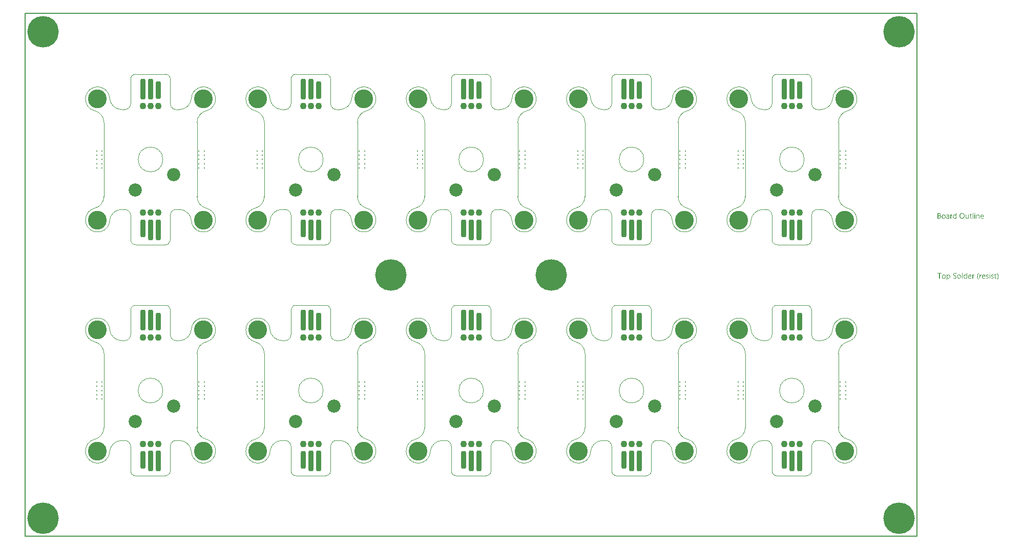
<source format=gts>
G04*
G04 #@! TF.GenerationSoftware,Altium Limited,Altium Designer,21.8.1 (53)*
G04*
G04 Layer_Color=8388736*
%FSAX25Y25*%
%MOIN*%
G70*
G04*
G04 #@! TF.SameCoordinates,C38F2C0A-75D8-41A6-A347-4ED76E5A57E3*
G04*
G04*
G04 #@! TF.FilePolarity,Negative*
G04*
G01*
G75*
G04:AMPARAMS|DCode=10|XSize=35.43mil|YSize=135.83mil|CornerRadius=13.82mil|HoleSize=0mil|Usage=FLASHONLY|Rotation=0.000|XOffset=0mil|YOffset=0mil|HoleType=Round|Shape=RoundedRectangle|*
%AMROUNDEDRECTD10*
21,1,0.03543,0.10819,0,0,0.0*
21,1,0.00780,0.13583,0,0,0.0*
1,1,0.02764,0.00390,-0.05409*
1,1,0.02764,-0.00390,-0.05409*
1,1,0.02764,-0.00390,0.05409*
1,1,0.02764,0.00390,0.05409*
%
%ADD10ROUNDEDRECTD10*%
G04:AMPARAMS|DCode=11|XSize=35.43mil|YSize=116.14mil|CornerRadius=13.82mil|HoleSize=0mil|Usage=FLASHONLY|Rotation=0.000|XOffset=0mil|YOffset=0mil|HoleType=Round|Shape=RoundedRectangle|*
%AMROUNDEDRECTD11*
21,1,0.03543,0.08850,0,0,0.0*
21,1,0.00780,0.11614,0,0,0.0*
1,1,0.02764,0.00390,-0.04425*
1,1,0.02764,-0.00390,-0.04425*
1,1,0.02764,-0.00390,0.04425*
1,1,0.02764,0.00390,0.04425*
%
%ADD11ROUNDEDRECTD11*%
%ADD14C,0.00787*%
%ADD15C,0.00394*%
%ADD18C,0.04331*%
%ADD36C,0.00800*%
%ADD37C,0.20485*%
%ADD38C,0.00591*%
%ADD39C,0.08591*%
%ADD40C,0.12205*%
G36*
X0598422Y0190826D02*
X0598446D01*
X0598502Y0190802D01*
X0598533Y0190783D01*
X0598564Y0190758D01*
X0598570Y0190752D01*
X0598576Y0190746D01*
X0598607Y0190709D01*
X0598632Y0190647D01*
X0598638Y0190610D01*
X0598644Y0190573D01*
Y0190567D01*
Y0190554D01*
X0598638Y0190536D01*
X0598632Y0190511D01*
X0598614Y0190449D01*
X0598589Y0190418D01*
X0598564Y0190387D01*
X0598558D01*
X0598552Y0190375D01*
X0598515Y0190350D01*
X0598459Y0190325D01*
X0598422Y0190319D01*
X0598385Y0190313D01*
X0598366D01*
X0598347Y0190319D01*
X0598323D01*
X0598261Y0190344D01*
X0598230Y0190356D01*
X0598199Y0190381D01*
Y0190387D01*
X0598186Y0190393D01*
X0598174Y0190412D01*
X0598162Y0190430D01*
X0598137Y0190492D01*
X0598131Y0190529D01*
X0598125Y0190573D01*
Y0190579D01*
Y0190591D01*
X0598131Y0190610D01*
X0598137Y0190641D01*
X0598155Y0190697D01*
X0598174Y0190727D01*
X0598199Y0190758D01*
X0598205Y0190765D01*
X0598211Y0190771D01*
X0598248Y0190796D01*
X0598310Y0190820D01*
X0598347Y0190833D01*
X0598403D01*
X0598422Y0190826D01*
D02*
G37*
G36*
X0586432Y0187162D02*
X0586029D01*
Y0187583D01*
X0586017D01*
Y0187577D01*
X0586004Y0187564D01*
X0585986Y0187540D01*
X0585967Y0187509D01*
X0585936Y0187471D01*
X0585899Y0187434D01*
X0585856Y0187391D01*
X0585807Y0187348D01*
X0585751Y0187298D01*
X0585683Y0187255D01*
X0585615Y0187218D01*
X0585534Y0187181D01*
X0585454Y0187150D01*
X0585361Y0187125D01*
X0585262Y0187112D01*
X0585156Y0187106D01*
X0585113D01*
X0585076Y0187112D01*
X0585039Y0187119D01*
X0584989Y0187125D01*
X0584884Y0187150D01*
X0584760Y0187187D01*
X0584636Y0187249D01*
X0584569Y0187286D01*
X0584513Y0187329D01*
X0584451Y0187385D01*
X0584395Y0187441D01*
Y0187447D01*
X0584383Y0187459D01*
X0584370Y0187478D01*
X0584352Y0187503D01*
X0584333Y0187533D01*
X0584308Y0187577D01*
X0584284Y0187626D01*
X0584259Y0187682D01*
X0584228Y0187744D01*
X0584203Y0187812D01*
X0584178Y0187886D01*
X0584160Y0187967D01*
X0584141Y0188053D01*
X0584129Y0188152D01*
X0584123Y0188251D01*
X0584117Y0188357D01*
Y0188363D01*
Y0188381D01*
Y0188419D01*
X0584123Y0188462D01*
X0584129Y0188511D01*
X0584135Y0188573D01*
X0584141Y0188641D01*
X0584154Y0188716D01*
X0584191Y0188877D01*
X0584247Y0189044D01*
X0584284Y0189124D01*
X0584327Y0189205D01*
X0584370Y0189279D01*
X0584426Y0189353D01*
X0584432Y0189359D01*
X0584439Y0189372D01*
X0584457Y0189390D01*
X0584482Y0189415D01*
X0584513Y0189440D01*
X0584556Y0189471D01*
X0584599Y0189508D01*
X0584649Y0189545D01*
X0584773Y0189613D01*
X0584915Y0189675D01*
X0584996Y0189694D01*
X0585082Y0189712D01*
X0585169Y0189725D01*
X0585268Y0189731D01*
X0585318D01*
X0585355Y0189725D01*
X0585392Y0189718D01*
X0585441Y0189712D01*
X0585553Y0189681D01*
X0585676Y0189632D01*
X0585738Y0189601D01*
X0585800Y0189558D01*
X0585862Y0189514D01*
X0585918Y0189459D01*
X0585967Y0189397D01*
X0586017Y0189322D01*
X0586029D01*
Y0190882D01*
X0586432D01*
Y0187162D01*
D02*
G37*
G36*
X0600700Y0189725D02*
X0600774Y0189718D01*
X0600867Y0189700D01*
X0600966Y0189669D01*
X0601071Y0189620D01*
X0601176Y0189551D01*
X0601220Y0189514D01*
X0601263Y0189465D01*
X0601275Y0189452D01*
X0601300Y0189415D01*
X0601331Y0189353D01*
X0601374Y0189267D01*
X0601411Y0189161D01*
X0601449Y0189031D01*
X0601473Y0188877D01*
X0601479Y0188697D01*
Y0187162D01*
X0601077D01*
Y0188592D01*
Y0188598D01*
Y0188629D01*
X0601071Y0188666D01*
Y0188716D01*
X0601059Y0188778D01*
X0601046Y0188846D01*
X0601028Y0188920D01*
X0601003Y0188994D01*
X0600972Y0189068D01*
X0600935Y0189137D01*
X0600885Y0189205D01*
X0600830Y0189267D01*
X0600768Y0189316D01*
X0600687Y0189353D01*
X0600601Y0189384D01*
X0600495Y0189390D01*
X0600483D01*
X0600446Y0189384D01*
X0600390Y0189378D01*
X0600322Y0189359D01*
X0600242Y0189335D01*
X0600155Y0189291D01*
X0600074Y0189236D01*
X0599994Y0189161D01*
X0599988Y0189149D01*
X0599963Y0189124D01*
X0599932Y0189075D01*
X0599895Y0189007D01*
X0599858Y0188926D01*
X0599827Y0188827D01*
X0599802Y0188716D01*
X0599796Y0188592D01*
Y0187162D01*
X0599394D01*
Y0189675D01*
X0599796D01*
Y0189254D01*
X0599808D01*
X0599814Y0189260D01*
X0599821Y0189273D01*
X0599839Y0189298D01*
X0599864Y0189329D01*
X0599889Y0189366D01*
X0599926Y0189403D01*
X0599969Y0189446D01*
X0600019Y0189496D01*
X0600074Y0189539D01*
X0600136Y0189582D01*
X0600204Y0189620D01*
X0600279Y0189657D01*
X0600353Y0189688D01*
X0600440Y0189712D01*
X0600532Y0189725D01*
X0600632Y0189731D01*
X0600669D01*
X0600700Y0189725D01*
D02*
G37*
G36*
X0583702Y0189712D02*
X0583776Y0189706D01*
X0583819Y0189694D01*
X0583850Y0189681D01*
Y0189267D01*
X0583844Y0189273D01*
X0583832Y0189279D01*
X0583807Y0189291D01*
X0583776Y0189310D01*
X0583733Y0189322D01*
X0583677Y0189335D01*
X0583615Y0189341D01*
X0583547Y0189347D01*
X0583535D01*
X0583504Y0189341D01*
X0583454Y0189335D01*
X0583398Y0189316D01*
X0583324Y0189285D01*
X0583256Y0189242D01*
X0583182Y0189180D01*
X0583114Y0189100D01*
X0583108Y0189087D01*
X0583089Y0189056D01*
X0583058Y0189000D01*
X0583027Y0188926D01*
X0582996Y0188833D01*
X0582965Y0188716D01*
X0582947Y0188586D01*
X0582940Y0188437D01*
Y0187162D01*
X0582538D01*
Y0189675D01*
X0582940D01*
Y0189155D01*
X0582953D01*
Y0189161D01*
X0582959Y0189168D01*
X0582971Y0189199D01*
X0582990Y0189248D01*
X0583021Y0189310D01*
X0583052Y0189372D01*
X0583101Y0189440D01*
X0583151Y0189508D01*
X0583213Y0189570D01*
X0583219Y0189576D01*
X0583244Y0189595D01*
X0583281Y0189620D01*
X0583330Y0189644D01*
X0583386Y0189669D01*
X0583454Y0189694D01*
X0583529Y0189712D01*
X0583609Y0189718D01*
X0583665D01*
X0583702Y0189712D01*
D02*
G37*
G36*
X0594442Y0187162D02*
X0594039D01*
Y0187558D01*
X0594027D01*
Y0187552D01*
X0594014Y0187540D01*
X0594002Y0187515D01*
X0593977Y0187490D01*
X0593922Y0187416D01*
X0593835Y0187335D01*
X0593785Y0187292D01*
X0593730Y0187249D01*
X0593668Y0187212D01*
X0593594Y0187174D01*
X0593519Y0187150D01*
X0593439Y0187125D01*
X0593346Y0187112D01*
X0593253Y0187106D01*
X0593216D01*
X0593173Y0187112D01*
X0593111Y0187125D01*
X0593043Y0187137D01*
X0592968Y0187162D01*
X0592888Y0187193D01*
X0592807Y0187242D01*
X0592721Y0187298D01*
X0592640Y0187366D01*
X0592566Y0187453D01*
X0592498Y0187558D01*
X0592436Y0187676D01*
X0592393Y0187818D01*
X0592368Y0187985D01*
X0592355Y0188072D01*
Y0188171D01*
Y0189675D01*
X0592752D01*
Y0188233D01*
Y0188227D01*
Y0188202D01*
X0592758Y0188159D01*
X0592764Y0188109D01*
X0592770Y0188047D01*
X0592783Y0187985D01*
X0592801Y0187911D01*
X0592826Y0187837D01*
X0592863Y0187762D01*
X0592900Y0187694D01*
X0592950Y0187626D01*
X0593012Y0187564D01*
X0593080Y0187515D01*
X0593160Y0187478D01*
X0593259Y0187447D01*
X0593364Y0187441D01*
X0593377D01*
X0593414Y0187447D01*
X0593470Y0187453D01*
X0593532Y0187465D01*
X0593612Y0187496D01*
X0593692Y0187533D01*
X0593773Y0187583D01*
X0593847Y0187657D01*
X0593854Y0187670D01*
X0593878Y0187694D01*
X0593909Y0187744D01*
X0593946Y0187812D01*
X0593977Y0187892D01*
X0594008Y0187991D01*
X0594033Y0188103D01*
X0594039Y0188227D01*
Y0189675D01*
X0594442D01*
Y0187162D01*
D02*
G37*
G36*
X0598576D02*
X0598174D01*
Y0189675D01*
X0598576D01*
Y0187162D01*
D02*
G37*
G36*
X0597357D02*
X0596955D01*
Y0190882D01*
X0597357D01*
Y0187162D01*
D02*
G37*
G36*
X0580978Y0189725D02*
X0581034Y0189718D01*
X0581102Y0189700D01*
X0581176Y0189681D01*
X0581257Y0189650D01*
X0581344Y0189613D01*
X0581424Y0189564D01*
X0581504Y0189502D01*
X0581579Y0189428D01*
X0581647Y0189335D01*
X0581703Y0189230D01*
X0581746Y0189106D01*
X0581771Y0188963D01*
X0581783Y0188796D01*
Y0187162D01*
X0581381D01*
Y0187552D01*
X0581368D01*
Y0187546D01*
X0581356Y0187533D01*
X0581344Y0187509D01*
X0581319Y0187484D01*
X0581257Y0187410D01*
X0581176Y0187329D01*
X0581065Y0187249D01*
X0580935Y0187174D01*
X0580855Y0187150D01*
X0580774Y0187125D01*
X0580687Y0187112D01*
X0580594Y0187106D01*
X0580557D01*
X0580533Y0187112D01*
X0580465Y0187119D01*
X0580384Y0187131D01*
X0580285Y0187156D01*
X0580192Y0187187D01*
X0580093Y0187236D01*
X0580006Y0187298D01*
X0580000Y0187311D01*
X0579976Y0187335D01*
X0579938Y0187379D01*
X0579901Y0187441D01*
X0579864Y0187515D01*
X0579827Y0187601D01*
X0579802Y0187707D01*
X0579796Y0187824D01*
Y0187830D01*
Y0187855D01*
X0579802Y0187892D01*
X0579808Y0187936D01*
X0579821Y0187991D01*
X0579839Y0188053D01*
X0579864Y0188121D01*
X0579901Y0188190D01*
X0579945Y0188264D01*
X0580000Y0188338D01*
X0580068Y0188406D01*
X0580149Y0188468D01*
X0580242Y0188530D01*
X0580353Y0188579D01*
X0580477Y0188617D01*
X0580625Y0188648D01*
X0581381Y0188753D01*
Y0188759D01*
Y0188778D01*
X0581374Y0188815D01*
Y0188852D01*
X0581362Y0188901D01*
X0581356Y0188957D01*
X0581319Y0189075D01*
X0581288Y0189130D01*
X0581257Y0189186D01*
X0581214Y0189242D01*
X0581164Y0189291D01*
X0581102Y0189335D01*
X0581034Y0189366D01*
X0580954Y0189384D01*
X0580861Y0189390D01*
X0580817D01*
X0580786Y0189384D01*
X0580743D01*
X0580700Y0189372D01*
X0580588Y0189353D01*
X0580465Y0189316D01*
X0580328Y0189260D01*
X0580254Y0189223D01*
X0580186Y0189186D01*
X0580112Y0189137D01*
X0580044Y0189081D01*
Y0189496D01*
X0580050D01*
X0580062Y0189508D01*
X0580081Y0189520D01*
X0580112Y0189533D01*
X0580143Y0189551D01*
X0580186Y0189570D01*
X0580235Y0189588D01*
X0580291Y0189613D01*
X0580415Y0189657D01*
X0580563Y0189694D01*
X0580724Y0189718D01*
X0580898Y0189731D01*
X0580935D01*
X0580978Y0189725D01*
D02*
G37*
G36*
X0575290Y0190672D02*
X0575333D01*
X0575376Y0190666D01*
X0575475Y0190653D01*
X0575593Y0190622D01*
X0575717Y0190585D01*
X0575834Y0190529D01*
X0575940Y0190455D01*
X0575946D01*
X0575952Y0190443D01*
X0575983Y0190418D01*
X0576026Y0190368D01*
X0576076Y0190300D01*
X0576119Y0190214D01*
X0576162Y0190115D01*
X0576193Y0190003D01*
X0576206Y0189941D01*
Y0189873D01*
Y0189867D01*
Y0189861D01*
Y0189824D01*
X0576200Y0189768D01*
X0576187Y0189700D01*
X0576169Y0189613D01*
X0576138Y0189527D01*
X0576100Y0189440D01*
X0576045Y0189353D01*
X0576039Y0189341D01*
X0576014Y0189316D01*
X0575977Y0189279D01*
X0575927Y0189230D01*
X0575865Y0189180D01*
X0575791Y0189124D01*
X0575698Y0189081D01*
X0575599Y0189038D01*
Y0189031D01*
X0575618D01*
X0575636Y0189025D01*
X0575655Y0189019D01*
X0575723Y0189007D01*
X0575803Y0188982D01*
X0575890Y0188945D01*
X0575983Y0188901D01*
X0576076Y0188839D01*
X0576162Y0188759D01*
X0576175Y0188747D01*
X0576200Y0188716D01*
X0576230Y0188672D01*
X0576274Y0188604D01*
X0576311Y0188518D01*
X0576348Y0188419D01*
X0576373Y0188301D01*
X0576379Y0188171D01*
Y0188165D01*
Y0188152D01*
Y0188128D01*
X0576373Y0188097D01*
X0576367Y0188060D01*
X0576361Y0188016D01*
X0576336Y0187911D01*
X0576299Y0187793D01*
X0576243Y0187670D01*
X0576206Y0187614D01*
X0576162Y0187552D01*
X0576107Y0187496D01*
X0576051Y0187441D01*
X0576045D01*
X0576039Y0187428D01*
X0576020Y0187416D01*
X0575995Y0187397D01*
X0575964Y0187379D01*
X0575921Y0187354D01*
X0575828Y0187304D01*
X0575711Y0187249D01*
X0575574Y0187205D01*
X0575414Y0187174D01*
X0575333Y0187168D01*
X0575240Y0187162D01*
X0574213D01*
Y0190678D01*
X0575259D01*
X0575290Y0190672D01*
D02*
G37*
G36*
X0595785Y0189675D02*
X0596422D01*
Y0189329D01*
X0595785D01*
Y0187911D01*
Y0187899D01*
Y0187868D01*
X0595791Y0187824D01*
X0595797Y0187769D01*
X0595822Y0187651D01*
X0595840Y0187595D01*
X0595871Y0187552D01*
X0595878Y0187546D01*
X0595890Y0187533D01*
X0595908Y0187521D01*
X0595939Y0187503D01*
X0595977Y0187478D01*
X0596026Y0187465D01*
X0596088Y0187453D01*
X0596156Y0187447D01*
X0596181D01*
X0596212Y0187453D01*
X0596249Y0187459D01*
X0596336Y0187484D01*
X0596379Y0187503D01*
X0596422Y0187527D01*
Y0187181D01*
X0596416D01*
X0596397Y0187168D01*
X0596367Y0187162D01*
X0596323Y0187150D01*
X0596268Y0187137D01*
X0596206Y0187125D01*
X0596131Y0187119D01*
X0596045Y0187112D01*
X0596014D01*
X0595983Y0187119D01*
X0595939Y0187125D01*
X0595890Y0187137D01*
X0595834Y0187150D01*
X0595779Y0187174D01*
X0595717Y0187205D01*
X0595655Y0187242D01*
X0595593Y0187292D01*
X0595537Y0187348D01*
X0595488Y0187422D01*
X0595444Y0187503D01*
X0595413Y0187601D01*
X0595389Y0187713D01*
X0595382Y0187843D01*
Y0189329D01*
X0594955D01*
Y0189675D01*
X0595382D01*
Y0190288D01*
X0595785Y0190418D01*
Y0189675D01*
D02*
G37*
G36*
X0603312Y0189725D02*
X0603355Y0189718D01*
X0603398Y0189712D01*
X0603510Y0189694D01*
X0603634Y0189650D01*
X0603757Y0189595D01*
X0603819Y0189558D01*
X0603881Y0189514D01*
X0603937Y0189465D01*
X0603993Y0189409D01*
X0603999Y0189403D01*
X0604005Y0189397D01*
X0604017Y0189378D01*
X0604036Y0189353D01*
X0604055Y0189316D01*
X0604079Y0189279D01*
X0604104Y0189236D01*
X0604129Y0189180D01*
X0604154Y0189118D01*
X0604178Y0189056D01*
X0604203Y0188982D01*
X0604222Y0188901D01*
X0604240Y0188815D01*
X0604253Y0188728D01*
X0604265Y0188629D01*
Y0188524D01*
Y0188313D01*
X0602489D01*
Y0188307D01*
Y0188295D01*
Y0188276D01*
X0602495Y0188245D01*
X0602501Y0188208D01*
Y0188171D01*
X0602520Y0188072D01*
X0602550Y0187973D01*
X0602588Y0187862D01*
X0602643Y0187756D01*
X0602711Y0187663D01*
X0602724Y0187651D01*
X0602748Y0187626D01*
X0602798Y0187595D01*
X0602866Y0187552D01*
X0602953Y0187509D01*
X0603052Y0187478D01*
X0603169Y0187453D01*
X0603306Y0187441D01*
X0603349D01*
X0603380Y0187447D01*
X0603417D01*
X0603460Y0187453D01*
X0603566Y0187478D01*
X0603683Y0187509D01*
X0603813Y0187558D01*
X0603949Y0187626D01*
X0604017Y0187670D01*
X0604085Y0187719D01*
Y0187341D01*
X0604079D01*
X0604073Y0187329D01*
X0604055Y0187323D01*
X0604024Y0187304D01*
X0603993Y0187286D01*
X0603956Y0187267D01*
X0603906Y0187249D01*
X0603857Y0187224D01*
X0603795Y0187199D01*
X0603726Y0187181D01*
X0603578Y0187144D01*
X0603405Y0187119D01*
X0603213Y0187106D01*
X0603163D01*
X0603126Y0187112D01*
X0603083Y0187119D01*
X0603027Y0187125D01*
X0602909Y0187150D01*
X0602773Y0187187D01*
X0602637Y0187249D01*
X0602569Y0187292D01*
X0602501Y0187335D01*
X0602439Y0187385D01*
X0602377Y0187447D01*
X0602371Y0187453D01*
X0602365Y0187465D01*
X0602352Y0187484D01*
X0602328Y0187509D01*
X0602309Y0187546D01*
X0602284Y0187589D01*
X0602253Y0187639D01*
X0602228Y0187694D01*
X0602198Y0187756D01*
X0602173Y0187830D01*
X0602142Y0187911D01*
X0602123Y0187998D01*
X0602105Y0188091D01*
X0602086Y0188190D01*
X0602080Y0188295D01*
X0602074Y0188406D01*
Y0188412D01*
Y0188431D01*
Y0188462D01*
X0602080Y0188505D01*
X0602086Y0188555D01*
X0602092Y0188610D01*
X0602099Y0188679D01*
X0602117Y0188747D01*
X0602154Y0188895D01*
X0602210Y0189056D01*
X0602247Y0189137D01*
X0602297Y0189211D01*
X0602346Y0189291D01*
X0602402Y0189359D01*
X0602408Y0189366D01*
X0602420Y0189378D01*
X0602439Y0189397D01*
X0602464Y0189415D01*
X0602495Y0189446D01*
X0602532Y0189477D01*
X0602581Y0189508D01*
X0602631Y0189545D01*
X0602748Y0189613D01*
X0602891Y0189675D01*
X0602971Y0189694D01*
X0603052Y0189712D01*
X0603138Y0189725D01*
X0603231Y0189731D01*
X0603281D01*
X0603312Y0189725D01*
D02*
G37*
G36*
X0590269Y0190734D02*
X0590331Y0190727D01*
X0590406Y0190715D01*
X0590486Y0190697D01*
X0590573Y0190678D01*
X0590659Y0190653D01*
X0590759Y0190622D01*
X0590851Y0190579D01*
X0590950Y0190529D01*
X0591049Y0190474D01*
X0591142Y0190406D01*
X0591235Y0190331D01*
X0591322Y0190245D01*
X0591328Y0190238D01*
X0591340Y0190220D01*
X0591365Y0190195D01*
X0591390Y0190158D01*
X0591427Y0190109D01*
X0591464Y0190047D01*
X0591501Y0189979D01*
X0591545Y0189904D01*
X0591588Y0189811D01*
X0591625Y0189718D01*
X0591662Y0189613D01*
X0591699Y0189496D01*
X0591724Y0189378D01*
X0591749Y0189248D01*
X0591761Y0189106D01*
X0591767Y0188963D01*
Y0188951D01*
Y0188926D01*
Y0188883D01*
X0591761Y0188821D01*
X0591755Y0188747D01*
X0591743Y0188666D01*
X0591730Y0188573D01*
X0591712Y0188468D01*
X0591687Y0188363D01*
X0591656Y0188251D01*
X0591619Y0188140D01*
X0591575Y0188029D01*
X0591520Y0187911D01*
X0591458Y0187806D01*
X0591390Y0187700D01*
X0591309Y0187601D01*
X0591303Y0187595D01*
X0591291Y0187583D01*
X0591260Y0187558D01*
X0591229Y0187527D01*
X0591179Y0187484D01*
X0591124Y0187447D01*
X0591062Y0187397D01*
X0590987Y0187354D01*
X0590907Y0187311D01*
X0590814Y0187261D01*
X0590715Y0187224D01*
X0590604Y0187187D01*
X0590486Y0187150D01*
X0590362Y0187125D01*
X0590232Y0187112D01*
X0590090Y0187106D01*
X0590059D01*
X0590016Y0187112D01*
X0589966D01*
X0589904Y0187119D01*
X0589830Y0187131D01*
X0589749Y0187150D01*
X0589657Y0187168D01*
X0589564Y0187193D01*
X0589465Y0187224D01*
X0589366Y0187267D01*
X0589267Y0187311D01*
X0589168Y0187366D01*
X0589069Y0187434D01*
X0588976Y0187509D01*
X0588889Y0187595D01*
X0588883Y0187601D01*
X0588870Y0187620D01*
X0588846Y0187645D01*
X0588821Y0187682D01*
X0588784Y0187732D01*
X0588747Y0187793D01*
X0588710Y0187862D01*
X0588666Y0187942D01*
X0588623Y0188029D01*
X0588586Y0188121D01*
X0588549Y0188227D01*
X0588512Y0188344D01*
X0588487Y0188462D01*
X0588462Y0188592D01*
X0588450Y0188734D01*
X0588443Y0188877D01*
Y0188889D01*
Y0188914D01*
X0588450Y0188957D01*
Y0189019D01*
X0588456Y0189087D01*
X0588468Y0189174D01*
X0588481Y0189267D01*
X0588499Y0189366D01*
X0588524Y0189471D01*
X0588555Y0189582D01*
X0588592Y0189694D01*
X0588635Y0189805D01*
X0588691Y0189917D01*
X0588753Y0190028D01*
X0588821Y0190133D01*
X0588902Y0190232D01*
X0588908Y0190238D01*
X0588920Y0190257D01*
X0588951Y0190282D01*
X0588988Y0190313D01*
X0589032Y0190350D01*
X0589087Y0190393D01*
X0589155Y0190436D01*
X0589229Y0190486D01*
X0589316Y0190536D01*
X0589409Y0190579D01*
X0589508Y0190622D01*
X0589619Y0190659D01*
X0589743Y0190690D01*
X0589873Y0190721D01*
X0590009Y0190734D01*
X0590152Y0190740D01*
X0590220D01*
X0590269Y0190734D01*
D02*
G37*
G36*
X0578242Y0189725D02*
X0578286Y0189718D01*
X0578341Y0189712D01*
X0578465Y0189688D01*
X0578608Y0189644D01*
X0578750Y0189582D01*
X0578824Y0189545D01*
X0578892Y0189502D01*
X0578960Y0189446D01*
X0579022Y0189384D01*
X0579028Y0189378D01*
X0579035Y0189366D01*
X0579053Y0189347D01*
X0579072Y0189322D01*
X0579097Y0189285D01*
X0579121Y0189242D01*
X0579152Y0189192D01*
X0579183Y0189137D01*
X0579208Y0189068D01*
X0579239Y0189000D01*
X0579264Y0188920D01*
X0579288Y0188833D01*
X0579307Y0188741D01*
X0579325Y0188641D01*
X0579332Y0188536D01*
X0579338Y0188425D01*
Y0188419D01*
Y0188400D01*
Y0188369D01*
X0579332Y0188326D01*
X0579325Y0188276D01*
X0579319Y0188214D01*
X0579307Y0188152D01*
X0579295Y0188078D01*
X0579257Y0187930D01*
X0579195Y0187769D01*
X0579158Y0187688D01*
X0579109Y0187608D01*
X0579059Y0187533D01*
X0578998Y0187465D01*
X0578991Y0187459D01*
X0578979Y0187453D01*
X0578960Y0187434D01*
X0578936Y0187410D01*
X0578898Y0187385D01*
X0578861Y0187354D01*
X0578812Y0187317D01*
X0578756Y0187286D01*
X0578694Y0187255D01*
X0578626Y0187218D01*
X0578552Y0187187D01*
X0578471Y0187162D01*
X0578385Y0187137D01*
X0578292Y0187125D01*
X0578193Y0187112D01*
X0578088Y0187106D01*
X0578032D01*
X0577995Y0187112D01*
X0577951Y0187119D01*
X0577896Y0187125D01*
X0577834Y0187137D01*
X0577766Y0187150D01*
X0577623Y0187193D01*
X0577475Y0187255D01*
X0577400Y0187292D01*
X0577332Y0187341D01*
X0577264Y0187391D01*
X0577196Y0187453D01*
X0577190Y0187459D01*
X0577184Y0187471D01*
X0577165Y0187490D01*
X0577147Y0187515D01*
X0577122Y0187552D01*
X0577091Y0187595D01*
X0577060Y0187645D01*
X0577035Y0187700D01*
X0577004Y0187769D01*
X0576973Y0187837D01*
X0576942Y0187911D01*
X0576918Y0187998D01*
X0576881Y0188183D01*
X0576874Y0188282D01*
X0576868Y0188388D01*
Y0188394D01*
Y0188419D01*
Y0188450D01*
X0576874Y0188493D01*
X0576881Y0188542D01*
X0576887Y0188604D01*
X0576899Y0188672D01*
X0576911Y0188747D01*
X0576949Y0188908D01*
X0577010Y0189068D01*
X0577054Y0189149D01*
X0577097Y0189230D01*
X0577147Y0189304D01*
X0577209Y0189372D01*
X0577215Y0189378D01*
X0577227Y0189390D01*
X0577246Y0189403D01*
X0577270Y0189428D01*
X0577308Y0189452D01*
X0577351Y0189483D01*
X0577400Y0189520D01*
X0577456Y0189551D01*
X0577518Y0189582D01*
X0577592Y0189620D01*
X0577667Y0189650D01*
X0577753Y0189675D01*
X0577840Y0189700D01*
X0577939Y0189718D01*
X0578044Y0189725D01*
X0578149Y0189731D01*
X0578205D01*
X0578242Y0189725D01*
D02*
G37*
G36*
X0608239Y0151765D02*
X0608264D01*
X0608320Y0151740D01*
X0608350Y0151721D01*
X0608381Y0151697D01*
X0608388Y0151690D01*
X0608394Y0151684D01*
X0608425Y0151647D01*
X0608450Y0151585D01*
X0608456Y0151548D01*
X0608462Y0151511D01*
Y0151505D01*
Y0151492D01*
X0608456Y0151474D01*
X0608450Y0151449D01*
X0608431Y0151387D01*
X0608406Y0151356D01*
X0608381Y0151325D01*
X0608375D01*
X0608369Y0151313D01*
X0608332Y0151288D01*
X0608276Y0151263D01*
X0608239Y0151257D01*
X0608202Y0151251D01*
X0608183D01*
X0608165Y0151257D01*
X0608140D01*
X0608078Y0151282D01*
X0608047Y0151294D01*
X0608016Y0151319D01*
Y0151325D01*
X0608004Y0151331D01*
X0607991Y0151350D01*
X0607979Y0151368D01*
X0607954Y0151430D01*
X0607948Y0151468D01*
X0607942Y0151511D01*
Y0151517D01*
Y0151529D01*
X0607948Y0151548D01*
X0607954Y0151579D01*
X0607973Y0151635D01*
X0607991Y0151666D01*
X0608016Y0151697D01*
X0608022Y0151703D01*
X0608029Y0151709D01*
X0608066Y0151734D01*
X0608128Y0151759D01*
X0608165Y0151771D01*
X0608220D01*
X0608239Y0151765D01*
D02*
G37*
G36*
X0585670Y0151672D02*
X0585720D01*
X0585831Y0151659D01*
X0585955Y0151647D01*
X0586079Y0151622D01*
X0586196Y0151591D01*
X0586246Y0151573D01*
X0586296Y0151548D01*
Y0151084D01*
X0586289D01*
X0586283Y0151096D01*
X0586265Y0151102D01*
X0586240Y0151121D01*
X0586209Y0151133D01*
X0586172Y0151152D01*
X0586079Y0151195D01*
X0585967Y0151232D01*
X0585831Y0151269D01*
X0585670Y0151294D01*
X0585497Y0151300D01*
X0585447D01*
X0585410Y0151294D01*
X0585373D01*
X0585324Y0151288D01*
X0585225Y0151269D01*
X0585218D01*
X0585200Y0151263D01*
X0585175Y0151257D01*
X0585144Y0151251D01*
X0585070Y0151220D01*
X0584983Y0151183D01*
X0584977D01*
X0584965Y0151170D01*
X0584946Y0151158D01*
X0584921Y0151139D01*
X0584866Y0151084D01*
X0584810Y0151016D01*
Y0151010D01*
X0584797Y0150997D01*
X0584791Y0150979D01*
X0584779Y0150948D01*
X0584766Y0150910D01*
X0584760Y0150873D01*
X0584748Y0150774D01*
Y0150768D01*
Y0150750D01*
Y0150725D01*
X0584754Y0150694D01*
X0584766Y0150619D01*
X0584797Y0150539D01*
Y0150533D01*
X0584810Y0150521D01*
X0584816Y0150502D01*
X0584835Y0150477D01*
X0584884Y0150421D01*
X0584946Y0150359D01*
X0584952Y0150353D01*
X0584965Y0150347D01*
X0584983Y0150329D01*
X0585014Y0150310D01*
X0585051Y0150285D01*
X0585088Y0150260D01*
X0585187Y0150199D01*
X0585194Y0150192D01*
X0585212Y0150186D01*
X0585243Y0150168D01*
X0585280Y0150149D01*
X0585330Y0150124D01*
X0585386Y0150100D01*
X0585509Y0150038D01*
X0585515Y0150031D01*
X0585540Y0150019D01*
X0585577Y0150001D01*
X0585627Y0149976D01*
X0585683Y0149951D01*
X0585745Y0149914D01*
X0585868Y0149840D01*
X0585875Y0149833D01*
X0585899Y0149821D01*
X0585930Y0149802D01*
X0585974Y0149771D01*
X0586066Y0149697D01*
X0586166Y0149610D01*
X0586172Y0149604D01*
X0586190Y0149592D01*
X0586209Y0149561D01*
X0586240Y0149530D01*
X0586271Y0149487D01*
X0586308Y0149443D01*
X0586370Y0149332D01*
X0586376Y0149326D01*
X0586382Y0149307D01*
X0586395Y0149276D01*
X0586407Y0149233D01*
X0586419Y0149183D01*
X0586432Y0149121D01*
X0586444Y0149060D01*
Y0148985D01*
Y0148973D01*
Y0148942D01*
X0586438Y0148892D01*
X0586432Y0148831D01*
X0586419Y0148763D01*
X0586401Y0148688D01*
X0586376Y0148614D01*
X0586339Y0148546D01*
X0586333Y0148540D01*
X0586320Y0148515D01*
X0586296Y0148484D01*
X0586271Y0148441D01*
X0586227Y0148397D01*
X0586184Y0148348D01*
X0586128Y0148298D01*
X0586066Y0148249D01*
X0586060Y0148242D01*
X0586035Y0148230D01*
X0585998Y0148212D01*
X0585949Y0148187D01*
X0585893Y0148162D01*
X0585825Y0148137D01*
X0585745Y0148113D01*
X0585664Y0148094D01*
X0585652D01*
X0585627Y0148088D01*
X0585584Y0148082D01*
X0585522Y0148069D01*
X0585454Y0148063D01*
X0585373Y0148051D01*
X0585287Y0148045D01*
X0585138D01*
X0585070Y0148051D01*
X0584983Y0148057D01*
X0584965D01*
X0584940Y0148063D01*
X0584909Y0148069D01*
X0584828Y0148075D01*
X0584736Y0148094D01*
X0584729D01*
X0584711Y0148100D01*
X0584686Y0148106D01*
X0584655Y0148113D01*
X0584581Y0148131D01*
X0584494Y0148156D01*
X0584488D01*
X0584476Y0148162D01*
X0584457Y0148168D01*
X0584432Y0148181D01*
X0584370Y0148205D01*
X0584308Y0148242D01*
Y0148725D01*
X0584315Y0148719D01*
X0584327Y0148713D01*
X0584339Y0148701D01*
X0584364Y0148682D01*
X0584432Y0148639D01*
X0584513Y0148589D01*
X0584519D01*
X0584531Y0148583D01*
X0584556Y0148571D01*
X0584587Y0148558D01*
X0584667Y0148521D01*
X0584754Y0148490D01*
X0584760D01*
X0584779Y0148484D01*
X0584804Y0148478D01*
X0584835Y0148472D01*
X0584921Y0148447D01*
X0585014Y0148428D01*
X0585039D01*
X0585064Y0148422D01*
X0585095D01*
X0585169Y0148416D01*
X0585256Y0148410D01*
X0585318D01*
X0585386Y0148416D01*
X0585472Y0148428D01*
X0585565Y0148441D01*
X0585658Y0148465D01*
X0585745Y0148503D01*
X0585825Y0148546D01*
X0585831Y0148552D01*
X0585856Y0148571D01*
X0585887Y0148608D01*
X0585918Y0148651D01*
X0585955Y0148707D01*
X0585980Y0148781D01*
X0586004Y0148862D01*
X0586011Y0148954D01*
Y0148961D01*
Y0148979D01*
Y0149004D01*
X0586004Y0149041D01*
X0585986Y0149121D01*
X0585949Y0149202D01*
Y0149208D01*
X0585936Y0149221D01*
X0585924Y0149239D01*
X0585906Y0149264D01*
X0585850Y0149326D01*
X0585776Y0149394D01*
X0585769Y0149400D01*
X0585757Y0149412D01*
X0585732Y0149425D01*
X0585701Y0149450D01*
X0585664Y0149474D01*
X0585621Y0149505D01*
X0585515Y0149561D01*
X0585509Y0149567D01*
X0585491Y0149573D01*
X0585460Y0149592D01*
X0585417Y0149610D01*
X0585373Y0149642D01*
X0585318Y0149666D01*
X0585187Y0149734D01*
X0585181Y0149741D01*
X0585156Y0149753D01*
X0585119Y0149771D01*
X0585076Y0149790D01*
X0585027Y0149821D01*
X0584971Y0149852D01*
X0584847Y0149920D01*
X0584841Y0149926D01*
X0584822Y0149939D01*
X0584791Y0149957D01*
X0584754Y0149982D01*
X0584661Y0150050D01*
X0584569Y0150130D01*
X0584562Y0150137D01*
X0584550Y0150149D01*
X0584525Y0150174D01*
X0584500Y0150205D01*
X0584469Y0150248D01*
X0584439Y0150291D01*
X0584383Y0150391D01*
Y0150397D01*
X0584370Y0150415D01*
X0584364Y0150446D01*
X0584352Y0150489D01*
X0584339Y0150539D01*
X0584327Y0150601D01*
X0584321Y0150663D01*
X0584315Y0150737D01*
Y0150750D01*
Y0150780D01*
X0584321Y0150824D01*
X0584327Y0150880D01*
X0584339Y0150948D01*
X0584358Y0151016D01*
X0584383Y0151084D01*
X0584420Y0151152D01*
X0584426Y0151158D01*
X0584439Y0151183D01*
X0584463Y0151214D01*
X0584494Y0151257D01*
X0584531Y0151300D01*
X0584581Y0151350D01*
X0584636Y0151399D01*
X0584698Y0151443D01*
X0584705Y0151449D01*
X0584729Y0151461D01*
X0584766Y0151486D01*
X0584810Y0151511D01*
X0584872Y0151536D01*
X0584934Y0151567D01*
X0585008Y0151591D01*
X0585088Y0151616D01*
X0585101D01*
X0585126Y0151628D01*
X0585169Y0151635D01*
X0585231Y0151647D01*
X0585299Y0151659D01*
X0585373Y0151666D01*
X0585540Y0151678D01*
X0585627D01*
X0585670Y0151672D01*
D02*
G37*
G36*
X0593402Y0148100D02*
X0592999D01*
Y0148521D01*
X0592987D01*
Y0148515D01*
X0592975Y0148503D01*
X0592956Y0148478D01*
X0592937Y0148447D01*
X0592906Y0148410D01*
X0592869Y0148372D01*
X0592826Y0148329D01*
X0592776Y0148286D01*
X0592721Y0148236D01*
X0592653Y0148193D01*
X0592585Y0148156D01*
X0592504Y0148119D01*
X0592424Y0148088D01*
X0592331Y0148063D01*
X0592232Y0148051D01*
X0592127Y0148045D01*
X0592083D01*
X0592046Y0148051D01*
X0592009Y0148057D01*
X0591959Y0148063D01*
X0591854Y0148088D01*
X0591730Y0148125D01*
X0591607Y0148187D01*
X0591538Y0148224D01*
X0591483Y0148267D01*
X0591421Y0148323D01*
X0591365Y0148379D01*
Y0148385D01*
X0591353Y0148397D01*
X0591340Y0148416D01*
X0591322Y0148441D01*
X0591303Y0148472D01*
X0591278Y0148515D01*
X0591254Y0148564D01*
X0591229Y0148620D01*
X0591198Y0148682D01*
X0591173Y0148750D01*
X0591148Y0148824D01*
X0591130Y0148905D01*
X0591111Y0148992D01*
X0591099Y0149091D01*
X0591093Y0149190D01*
X0591086Y0149295D01*
Y0149301D01*
Y0149320D01*
Y0149357D01*
X0591093Y0149400D01*
X0591099Y0149450D01*
X0591105Y0149512D01*
X0591111Y0149580D01*
X0591124Y0149654D01*
X0591161Y0149815D01*
X0591217Y0149982D01*
X0591254Y0150062D01*
X0591297Y0150143D01*
X0591340Y0150217D01*
X0591396Y0150291D01*
X0591402Y0150298D01*
X0591408Y0150310D01*
X0591427Y0150329D01*
X0591452Y0150353D01*
X0591483Y0150378D01*
X0591526Y0150409D01*
X0591569Y0150446D01*
X0591619Y0150483D01*
X0591743Y0150551D01*
X0591885Y0150613D01*
X0591965Y0150632D01*
X0592052Y0150651D01*
X0592139Y0150663D01*
X0592238Y0150669D01*
X0592287D01*
X0592324Y0150663D01*
X0592362Y0150657D01*
X0592411Y0150651D01*
X0592523Y0150619D01*
X0592646Y0150570D01*
X0592708Y0150539D01*
X0592770Y0150496D01*
X0592832Y0150452D01*
X0592888Y0150397D01*
X0592937Y0150335D01*
X0592987Y0150260D01*
X0592999D01*
Y0151820D01*
X0593402D01*
Y0148100D01*
D02*
G37*
G36*
X0581455Y0150663D02*
X0581498Y0150657D01*
X0581542Y0150651D01*
X0581653Y0150626D01*
X0581777Y0150589D01*
X0581901Y0150527D01*
X0581962Y0150489D01*
X0582024Y0150440D01*
X0582080Y0150391D01*
X0582136Y0150329D01*
X0582142Y0150322D01*
X0582148Y0150316D01*
X0582161Y0150291D01*
X0582179Y0150267D01*
X0582198Y0150236D01*
X0582223Y0150192D01*
X0582247Y0150143D01*
X0582272Y0150093D01*
X0582297Y0150031D01*
X0582322Y0149963D01*
X0582346Y0149889D01*
X0582365Y0149809D01*
X0582396Y0149629D01*
X0582408Y0149530D01*
Y0149425D01*
Y0149419D01*
Y0149400D01*
Y0149363D01*
X0582402Y0149320D01*
Y0149270D01*
X0582390Y0149208D01*
X0582383Y0149140D01*
X0582371Y0149066D01*
X0582334Y0148905D01*
X0582278Y0148738D01*
X0582241Y0148657D01*
X0582204Y0148577D01*
X0582154Y0148496D01*
X0582099Y0148422D01*
X0582093Y0148416D01*
X0582086Y0148404D01*
X0582068Y0148385D01*
X0582043Y0148366D01*
X0582012Y0148335D01*
X0581975Y0148304D01*
X0581931Y0148267D01*
X0581882Y0148236D01*
X0581826Y0148199D01*
X0581764Y0148162D01*
X0581616Y0148106D01*
X0581535Y0148082D01*
X0581455Y0148063D01*
X0581362Y0148051D01*
X0581263Y0148045D01*
X0581214D01*
X0581182Y0148051D01*
X0581139Y0148057D01*
X0581096Y0148069D01*
X0580984Y0148094D01*
X0580867Y0148143D01*
X0580799Y0148181D01*
X0580737Y0148218D01*
X0580675Y0148267D01*
X0580619Y0148323D01*
X0580557Y0148385D01*
X0580508Y0148459D01*
X0580495D01*
Y0146949D01*
X0580093D01*
Y0150613D01*
X0580495D01*
Y0150168D01*
X0580508D01*
X0580514Y0150174D01*
X0580520Y0150192D01*
X0580539Y0150217D01*
X0580563Y0150248D01*
X0580594Y0150285D01*
X0580632Y0150329D01*
X0580675Y0150372D01*
X0580731Y0150421D01*
X0580786Y0150465D01*
X0580848Y0150508D01*
X0580923Y0150551D01*
X0580997Y0150589D01*
X0581083Y0150626D01*
X0581176Y0150651D01*
X0581269Y0150663D01*
X0581374Y0150669D01*
X0581424D01*
X0581455Y0150663D01*
D02*
G37*
G36*
X0610146D02*
X0610226Y0150657D01*
X0610313Y0150644D01*
X0610412Y0150619D01*
X0610511Y0150595D01*
X0610610Y0150558D01*
Y0150149D01*
X0610597Y0150155D01*
X0610560Y0150180D01*
X0610505Y0150205D01*
X0610430Y0150242D01*
X0610337Y0150273D01*
X0610226Y0150304D01*
X0610102Y0150322D01*
X0609972Y0150329D01*
X0609904D01*
X0609842Y0150316D01*
X0609768Y0150304D01*
X0609762D01*
X0609756Y0150298D01*
X0609718Y0150285D01*
X0609669Y0150260D01*
X0609613Y0150230D01*
X0609601Y0150223D01*
X0609576Y0150199D01*
X0609545Y0150161D01*
X0609514Y0150118D01*
X0609508Y0150106D01*
X0609496Y0150075D01*
X0609483Y0150031D01*
X0609477Y0149976D01*
Y0149970D01*
Y0149957D01*
Y0149939D01*
X0609483Y0149920D01*
X0609496Y0149864D01*
X0609514Y0149809D01*
X0609520Y0149796D01*
X0609539Y0149771D01*
X0609576Y0149734D01*
X0609619Y0149691D01*
X0609626D01*
X0609632Y0149685D01*
X0609669Y0149660D01*
X0609718Y0149629D01*
X0609787Y0149598D01*
X0609793D01*
X0609805Y0149592D01*
X0609824Y0149586D01*
X0609855Y0149573D01*
X0609923Y0149549D01*
X0610009Y0149512D01*
X0610015D01*
X0610040Y0149499D01*
X0610071Y0149487D01*
X0610108Y0149474D01*
X0610207Y0149431D01*
X0610307Y0149381D01*
X0610313D01*
X0610331Y0149369D01*
X0610356Y0149357D01*
X0610387Y0149338D01*
X0610461Y0149289D01*
X0610535Y0149227D01*
X0610542Y0149221D01*
X0610554Y0149214D01*
X0610567Y0149196D01*
X0610591Y0149171D01*
X0610635Y0149109D01*
X0610678Y0149029D01*
Y0149022D01*
X0610684Y0149010D01*
X0610697Y0148985D01*
X0610703Y0148954D01*
X0610715Y0148917D01*
X0610721Y0148874D01*
X0610727Y0148769D01*
Y0148763D01*
Y0148738D01*
X0610721Y0148701D01*
X0610715Y0148657D01*
X0610709Y0148608D01*
X0610690Y0148552D01*
X0610672Y0148503D01*
X0610641Y0148447D01*
X0610635Y0148441D01*
X0610628Y0148422D01*
X0610610Y0148397D01*
X0610585Y0148366D01*
X0610554Y0148329D01*
X0610517Y0148292D01*
X0610424Y0148218D01*
X0610418Y0148212D01*
X0610399Y0148205D01*
X0610375Y0148187D01*
X0610331Y0148168D01*
X0610288Y0148143D01*
X0610232Y0148125D01*
X0610177Y0148106D01*
X0610108Y0148088D01*
X0610102D01*
X0610077Y0148082D01*
X0610040Y0148075D01*
X0609997Y0148069D01*
X0609935Y0148057D01*
X0609873Y0148051D01*
X0609731Y0148045D01*
X0609669D01*
X0609595Y0148051D01*
X0609502Y0148063D01*
X0609397Y0148082D01*
X0609285Y0148106D01*
X0609174Y0148137D01*
X0609062Y0148187D01*
Y0148620D01*
X0609068D01*
X0609075Y0148608D01*
X0609093Y0148595D01*
X0609118Y0148583D01*
X0609186Y0148546D01*
X0609279Y0148503D01*
X0609384Y0148453D01*
X0609508Y0148416D01*
X0609644Y0148391D01*
X0609787Y0148379D01*
X0609836D01*
X0609867Y0148385D01*
X0609954Y0148397D01*
X0610053Y0148422D01*
X0610146Y0148465D01*
X0610189Y0148496D01*
X0610232Y0148527D01*
X0610263Y0148571D01*
X0610288Y0148614D01*
X0610307Y0148670D01*
X0610313Y0148732D01*
Y0148738D01*
Y0148750D01*
Y0148769D01*
X0610307Y0148787D01*
X0610294Y0148843D01*
X0610269Y0148899D01*
Y0148905D01*
X0610263Y0148911D01*
X0610238Y0148942D01*
X0610201Y0148985D01*
X0610146Y0149022D01*
X0610139D01*
X0610133Y0149035D01*
X0610096Y0149053D01*
X0610040Y0149091D01*
X0609966Y0149121D01*
X0609960D01*
X0609947Y0149128D01*
X0609929Y0149140D01*
X0609898Y0149153D01*
X0609830Y0149177D01*
X0609743Y0149214D01*
X0609737D01*
X0609712Y0149227D01*
X0609681Y0149239D01*
X0609644Y0149251D01*
X0609545Y0149295D01*
X0609446Y0149344D01*
X0609440Y0149351D01*
X0609427Y0149357D01*
X0609403Y0149369D01*
X0609372Y0149388D01*
X0609304Y0149437D01*
X0609236Y0149493D01*
X0609229Y0149499D01*
X0609223Y0149505D01*
X0609205Y0149524D01*
X0609186Y0149549D01*
X0609143Y0149610D01*
X0609106Y0149685D01*
Y0149691D01*
X0609099Y0149703D01*
X0609093Y0149728D01*
X0609087Y0149759D01*
X0609081Y0149796D01*
X0609075Y0149840D01*
X0609068Y0149945D01*
Y0149951D01*
Y0149976D01*
X0609075Y0150007D01*
X0609081Y0150050D01*
X0609087Y0150100D01*
X0609106Y0150149D01*
X0609124Y0150205D01*
X0609149Y0150254D01*
X0609155Y0150260D01*
X0609161Y0150279D01*
X0609180Y0150304D01*
X0609205Y0150335D01*
X0609273Y0150409D01*
X0609359Y0150483D01*
X0609366Y0150489D01*
X0609384Y0150496D01*
X0609409Y0150514D01*
X0609452Y0150533D01*
X0609496Y0150558D01*
X0609545Y0150582D01*
X0609669Y0150619D01*
X0609675D01*
X0609700Y0150626D01*
X0609731Y0150638D01*
X0609780Y0150644D01*
X0609830Y0150657D01*
X0609892Y0150663D01*
X0610028Y0150669D01*
X0610084D01*
X0610146Y0150663D01*
D02*
G37*
G36*
X0606791D02*
X0606871Y0150657D01*
X0606958Y0150644D01*
X0607057Y0150619D01*
X0607156Y0150595D01*
X0607255Y0150558D01*
Y0150149D01*
X0607242Y0150155D01*
X0607205Y0150180D01*
X0607150Y0150205D01*
X0607075Y0150242D01*
X0606982Y0150273D01*
X0606871Y0150304D01*
X0606747Y0150322D01*
X0606617Y0150329D01*
X0606549D01*
X0606487Y0150316D01*
X0606413Y0150304D01*
X0606407D01*
X0606401Y0150298D01*
X0606363Y0150285D01*
X0606314Y0150260D01*
X0606258Y0150230D01*
X0606246Y0150223D01*
X0606221Y0150199D01*
X0606190Y0150161D01*
X0606159Y0150118D01*
X0606153Y0150106D01*
X0606141Y0150075D01*
X0606128Y0150031D01*
X0606122Y0149976D01*
Y0149970D01*
Y0149957D01*
Y0149939D01*
X0606128Y0149920D01*
X0606141Y0149864D01*
X0606159Y0149809D01*
X0606165Y0149796D01*
X0606184Y0149771D01*
X0606221Y0149734D01*
X0606264Y0149691D01*
X0606271D01*
X0606277Y0149685D01*
X0606314Y0149660D01*
X0606363Y0149629D01*
X0606431Y0149598D01*
X0606438D01*
X0606450Y0149592D01*
X0606469Y0149586D01*
X0606500Y0149573D01*
X0606568Y0149549D01*
X0606654Y0149512D01*
X0606661D01*
X0606685Y0149499D01*
X0606716Y0149487D01*
X0606753Y0149474D01*
X0606852Y0149431D01*
X0606952Y0149381D01*
X0606958D01*
X0606976Y0149369D01*
X0607001Y0149357D01*
X0607032Y0149338D01*
X0607106Y0149289D01*
X0607181Y0149227D01*
X0607187Y0149221D01*
X0607199Y0149214D01*
X0607211Y0149196D01*
X0607236Y0149171D01*
X0607280Y0149109D01*
X0607323Y0149029D01*
Y0149022D01*
X0607329Y0149010D01*
X0607341Y0148985D01*
X0607348Y0148954D01*
X0607360Y0148917D01*
X0607366Y0148874D01*
X0607372Y0148769D01*
Y0148763D01*
Y0148738D01*
X0607366Y0148701D01*
X0607360Y0148657D01*
X0607354Y0148608D01*
X0607335Y0148552D01*
X0607317Y0148503D01*
X0607286Y0148447D01*
X0607280Y0148441D01*
X0607273Y0148422D01*
X0607255Y0148397D01*
X0607230Y0148366D01*
X0607199Y0148329D01*
X0607162Y0148292D01*
X0607069Y0148218D01*
X0607063Y0148212D01*
X0607044Y0148205D01*
X0607020Y0148187D01*
X0606976Y0148168D01*
X0606933Y0148143D01*
X0606877Y0148125D01*
X0606821Y0148106D01*
X0606753Y0148088D01*
X0606747D01*
X0606722Y0148082D01*
X0606685Y0148075D01*
X0606642Y0148069D01*
X0606580Y0148057D01*
X0606518Y0148051D01*
X0606376Y0148045D01*
X0606314D01*
X0606240Y0148051D01*
X0606147Y0148063D01*
X0606042Y0148082D01*
X0605930Y0148106D01*
X0605819Y0148137D01*
X0605707Y0148187D01*
Y0148620D01*
X0605714D01*
X0605720Y0148608D01*
X0605738Y0148595D01*
X0605763Y0148583D01*
X0605831Y0148546D01*
X0605924Y0148503D01*
X0606029Y0148453D01*
X0606153Y0148416D01*
X0606289Y0148391D01*
X0606431Y0148379D01*
X0606481D01*
X0606512Y0148385D01*
X0606599Y0148397D01*
X0606698Y0148422D01*
X0606791Y0148465D01*
X0606834Y0148496D01*
X0606877Y0148527D01*
X0606908Y0148571D01*
X0606933Y0148614D01*
X0606952Y0148670D01*
X0606958Y0148732D01*
Y0148738D01*
Y0148750D01*
Y0148769D01*
X0606952Y0148787D01*
X0606939Y0148843D01*
X0606914Y0148899D01*
Y0148905D01*
X0606908Y0148911D01*
X0606883Y0148942D01*
X0606846Y0148985D01*
X0606791Y0149022D01*
X0606784D01*
X0606778Y0149035D01*
X0606741Y0149053D01*
X0606685Y0149091D01*
X0606611Y0149121D01*
X0606605D01*
X0606593Y0149128D01*
X0606574Y0149140D01*
X0606543Y0149153D01*
X0606475Y0149177D01*
X0606388Y0149214D01*
X0606382D01*
X0606357Y0149227D01*
X0606326Y0149239D01*
X0606289Y0149251D01*
X0606190Y0149295D01*
X0606091Y0149344D01*
X0606085Y0149351D01*
X0606073Y0149357D01*
X0606048Y0149369D01*
X0606017Y0149388D01*
X0605949Y0149437D01*
X0605881Y0149493D01*
X0605874Y0149499D01*
X0605868Y0149505D01*
X0605850Y0149524D01*
X0605831Y0149549D01*
X0605788Y0149610D01*
X0605751Y0149685D01*
Y0149691D01*
X0605744Y0149703D01*
X0605738Y0149728D01*
X0605732Y0149759D01*
X0605726Y0149796D01*
X0605720Y0149840D01*
X0605714Y0149945D01*
Y0149951D01*
Y0149976D01*
X0605720Y0150007D01*
X0605726Y0150050D01*
X0605732Y0150100D01*
X0605751Y0150149D01*
X0605769Y0150205D01*
X0605794Y0150254D01*
X0605800Y0150260D01*
X0605806Y0150279D01*
X0605825Y0150304D01*
X0605850Y0150335D01*
X0605918Y0150409D01*
X0606004Y0150483D01*
X0606011Y0150489D01*
X0606029Y0150496D01*
X0606054Y0150514D01*
X0606097Y0150533D01*
X0606141Y0150558D01*
X0606190Y0150582D01*
X0606314Y0150619D01*
X0606320D01*
X0606345Y0150626D01*
X0606376Y0150638D01*
X0606425Y0150644D01*
X0606475Y0150657D01*
X0606537Y0150663D01*
X0606673Y0150669D01*
X0606729D01*
X0606791Y0150663D01*
D02*
G37*
G36*
X0602643Y0150651D02*
X0602717Y0150644D01*
X0602761Y0150632D01*
X0602792Y0150619D01*
Y0150205D01*
X0602786Y0150211D01*
X0602773Y0150217D01*
X0602748Y0150230D01*
X0602717Y0150248D01*
X0602674Y0150260D01*
X0602619Y0150273D01*
X0602557Y0150279D01*
X0602489Y0150285D01*
X0602476D01*
X0602445Y0150279D01*
X0602396Y0150273D01*
X0602340Y0150254D01*
X0602266Y0150223D01*
X0602198Y0150180D01*
X0602123Y0150118D01*
X0602055Y0150038D01*
X0602049Y0150025D01*
X0602031Y0149994D01*
X0602000Y0149939D01*
X0601968Y0149864D01*
X0601938Y0149771D01*
X0601907Y0149654D01*
X0601888Y0149524D01*
X0601882Y0149375D01*
Y0148100D01*
X0601479D01*
Y0150613D01*
X0601882D01*
Y0150093D01*
X0601894D01*
Y0150100D01*
X0601900Y0150106D01*
X0601913Y0150137D01*
X0601931Y0150186D01*
X0601962Y0150248D01*
X0601993Y0150310D01*
X0602043Y0150378D01*
X0602092Y0150446D01*
X0602154Y0150508D01*
X0602160Y0150514D01*
X0602185Y0150533D01*
X0602222Y0150558D01*
X0602272Y0150582D01*
X0602328Y0150607D01*
X0602396Y0150632D01*
X0602470Y0150651D01*
X0602550Y0150657D01*
X0602606D01*
X0602643Y0150651D01*
D02*
G37*
G36*
X0598007D02*
X0598081Y0150644D01*
X0598125Y0150632D01*
X0598155Y0150619D01*
Y0150205D01*
X0598149Y0150211D01*
X0598137Y0150217D01*
X0598112Y0150230D01*
X0598081Y0150248D01*
X0598038Y0150260D01*
X0597982Y0150273D01*
X0597920Y0150279D01*
X0597852Y0150285D01*
X0597840D01*
X0597809Y0150279D01*
X0597759Y0150273D01*
X0597704Y0150254D01*
X0597629Y0150223D01*
X0597561Y0150180D01*
X0597487Y0150118D01*
X0597419Y0150038D01*
X0597413Y0150025D01*
X0597394Y0149994D01*
X0597363Y0149939D01*
X0597332Y0149864D01*
X0597301Y0149771D01*
X0597270Y0149654D01*
X0597252Y0149524D01*
X0597246Y0149375D01*
Y0148100D01*
X0596843D01*
Y0150613D01*
X0597246D01*
Y0150093D01*
X0597258D01*
Y0150100D01*
X0597264Y0150106D01*
X0597276Y0150137D01*
X0597295Y0150186D01*
X0597326Y0150248D01*
X0597357Y0150310D01*
X0597406Y0150378D01*
X0597456Y0150446D01*
X0597518Y0150508D01*
X0597524Y0150514D01*
X0597549Y0150533D01*
X0597586Y0150558D01*
X0597636Y0150582D01*
X0597691Y0150607D01*
X0597759Y0150632D01*
X0597834Y0150651D01*
X0597914Y0150657D01*
X0597970D01*
X0598007Y0150651D01*
D02*
G37*
G36*
X0608394Y0148100D02*
X0607991D01*
Y0150613D01*
X0608394D01*
Y0148100D01*
D02*
G37*
G36*
X0590437D02*
X0590034D01*
Y0151820D01*
X0590437D01*
Y0148100D01*
D02*
G37*
G36*
X0576651Y0151245D02*
X0575636D01*
Y0148100D01*
X0575228D01*
Y0151245D01*
X0574213D01*
Y0151616D01*
X0576651D01*
Y0151245D01*
D02*
G37*
G36*
X0611879Y0150613D02*
X0612516D01*
Y0150267D01*
X0611879D01*
Y0148849D01*
Y0148837D01*
Y0148806D01*
X0611885Y0148763D01*
X0611891Y0148707D01*
X0611916Y0148589D01*
X0611935Y0148533D01*
X0611965Y0148490D01*
X0611972Y0148484D01*
X0611984Y0148472D01*
X0612003Y0148459D01*
X0612034Y0148441D01*
X0612071Y0148416D01*
X0612120Y0148404D01*
X0612182Y0148391D01*
X0612250Y0148385D01*
X0612275D01*
X0612306Y0148391D01*
X0612343Y0148397D01*
X0612430Y0148422D01*
X0612473Y0148441D01*
X0612516Y0148465D01*
Y0148119D01*
X0612510D01*
X0612492Y0148106D01*
X0612461Y0148100D01*
X0612417Y0148088D01*
X0612362Y0148075D01*
X0612300Y0148063D01*
X0612225Y0148057D01*
X0612139Y0148051D01*
X0612108D01*
X0612077Y0148057D01*
X0612034Y0148063D01*
X0611984Y0148075D01*
X0611928Y0148088D01*
X0611872Y0148113D01*
X0611811Y0148143D01*
X0611749Y0148181D01*
X0611687Y0148230D01*
X0611631Y0148286D01*
X0611582Y0148360D01*
X0611538Y0148441D01*
X0611507Y0148540D01*
X0611483Y0148651D01*
X0611476Y0148781D01*
Y0150267D01*
X0611049D01*
Y0150613D01*
X0611476D01*
Y0151226D01*
X0611879Y0151356D01*
Y0150613D01*
D02*
G37*
G36*
X0604296Y0150663D02*
X0604339Y0150657D01*
X0604383Y0150651D01*
X0604494Y0150632D01*
X0604618Y0150589D01*
X0604742Y0150533D01*
X0604804Y0150496D01*
X0604866Y0150452D01*
X0604921Y0150403D01*
X0604977Y0150347D01*
X0604983Y0150341D01*
X0604989Y0150335D01*
X0605002Y0150316D01*
X0605020Y0150291D01*
X0605039Y0150254D01*
X0605064Y0150217D01*
X0605088Y0150174D01*
X0605113Y0150118D01*
X0605138Y0150056D01*
X0605163Y0149994D01*
X0605187Y0149920D01*
X0605206Y0149840D01*
X0605225Y0149753D01*
X0605237Y0149666D01*
X0605249Y0149567D01*
Y0149462D01*
Y0149251D01*
X0603473D01*
Y0149245D01*
Y0149233D01*
Y0149214D01*
X0603479Y0149183D01*
X0603485Y0149146D01*
Y0149109D01*
X0603504Y0149010D01*
X0603535Y0148911D01*
X0603572Y0148800D01*
X0603627Y0148694D01*
X0603696Y0148602D01*
X0603708Y0148589D01*
X0603733Y0148564D01*
X0603782Y0148533D01*
X0603850Y0148490D01*
X0603937Y0148447D01*
X0604036Y0148416D01*
X0604154Y0148391D01*
X0604290Y0148379D01*
X0604333D01*
X0604364Y0148385D01*
X0604401D01*
X0604445Y0148391D01*
X0604550Y0148416D01*
X0604667Y0148447D01*
X0604797Y0148496D01*
X0604934Y0148564D01*
X0605002Y0148608D01*
X0605070Y0148657D01*
Y0148280D01*
X0605064D01*
X0605057Y0148267D01*
X0605039Y0148261D01*
X0605008Y0148242D01*
X0604977Y0148224D01*
X0604940Y0148205D01*
X0604890Y0148187D01*
X0604841Y0148162D01*
X0604779Y0148137D01*
X0604711Y0148119D01*
X0604562Y0148082D01*
X0604389Y0148057D01*
X0604197Y0148045D01*
X0604147D01*
X0604110Y0148051D01*
X0604067Y0148057D01*
X0604011Y0148063D01*
X0603894Y0148088D01*
X0603757Y0148125D01*
X0603621Y0148187D01*
X0603553Y0148230D01*
X0603485Y0148274D01*
X0603423Y0148323D01*
X0603361Y0148385D01*
X0603355Y0148391D01*
X0603349Y0148404D01*
X0603336Y0148422D01*
X0603312Y0148447D01*
X0603293Y0148484D01*
X0603268Y0148527D01*
X0603237Y0148577D01*
X0603213Y0148633D01*
X0603182Y0148694D01*
X0603157Y0148769D01*
X0603126Y0148849D01*
X0603108Y0148936D01*
X0603089Y0149029D01*
X0603070Y0149128D01*
X0603064Y0149233D01*
X0603058Y0149344D01*
Y0149351D01*
Y0149369D01*
Y0149400D01*
X0603064Y0149443D01*
X0603070Y0149493D01*
X0603077Y0149549D01*
X0603083Y0149617D01*
X0603101Y0149685D01*
X0603138Y0149833D01*
X0603194Y0149994D01*
X0603231Y0150075D01*
X0603281Y0150149D01*
X0603330Y0150230D01*
X0603386Y0150298D01*
X0603392Y0150304D01*
X0603405Y0150316D01*
X0603423Y0150335D01*
X0603448Y0150353D01*
X0603479Y0150384D01*
X0603516Y0150415D01*
X0603566Y0150446D01*
X0603615Y0150483D01*
X0603733Y0150551D01*
X0603875Y0150613D01*
X0603956Y0150632D01*
X0604036Y0150651D01*
X0604123Y0150663D01*
X0604215Y0150669D01*
X0604265D01*
X0604296Y0150663D01*
D02*
G37*
G36*
X0595283D02*
X0595327Y0150657D01*
X0595370Y0150651D01*
X0595481Y0150632D01*
X0595605Y0150589D01*
X0595729Y0150533D01*
X0595791Y0150496D01*
X0595853Y0150452D01*
X0595908Y0150403D01*
X0595964Y0150347D01*
X0595970Y0150341D01*
X0595977Y0150335D01*
X0595989Y0150316D01*
X0596008Y0150291D01*
X0596026Y0150254D01*
X0596051Y0150217D01*
X0596076Y0150174D01*
X0596100Y0150118D01*
X0596125Y0150056D01*
X0596150Y0149994D01*
X0596175Y0149920D01*
X0596193Y0149840D01*
X0596212Y0149753D01*
X0596224Y0149666D01*
X0596237Y0149567D01*
Y0149462D01*
Y0149251D01*
X0594460D01*
Y0149245D01*
Y0149233D01*
Y0149214D01*
X0594466Y0149183D01*
X0594473Y0149146D01*
Y0149109D01*
X0594491Y0149010D01*
X0594522Y0148911D01*
X0594559Y0148800D01*
X0594615Y0148694D01*
X0594683Y0148602D01*
X0594695Y0148589D01*
X0594720Y0148564D01*
X0594770Y0148533D01*
X0594838Y0148490D01*
X0594924Y0148447D01*
X0595023Y0148416D01*
X0595141Y0148391D01*
X0595277Y0148379D01*
X0595321D01*
X0595351Y0148385D01*
X0595389D01*
X0595432Y0148391D01*
X0595537Y0148416D01*
X0595655Y0148447D01*
X0595785Y0148496D01*
X0595921Y0148564D01*
X0595989Y0148608D01*
X0596057Y0148657D01*
Y0148280D01*
X0596051D01*
X0596045Y0148267D01*
X0596026Y0148261D01*
X0595995Y0148242D01*
X0595964Y0148224D01*
X0595927Y0148205D01*
X0595878Y0148187D01*
X0595828Y0148162D01*
X0595766Y0148137D01*
X0595698Y0148119D01*
X0595549Y0148082D01*
X0595376Y0148057D01*
X0595184Y0148045D01*
X0595135D01*
X0595098Y0148051D01*
X0595054Y0148057D01*
X0594999Y0148063D01*
X0594881Y0148088D01*
X0594745Y0148125D01*
X0594609Y0148187D01*
X0594541Y0148230D01*
X0594473Y0148274D01*
X0594411Y0148323D01*
X0594349Y0148385D01*
X0594343Y0148391D01*
X0594336Y0148404D01*
X0594324Y0148422D01*
X0594299Y0148447D01*
X0594281Y0148484D01*
X0594256Y0148527D01*
X0594225Y0148577D01*
X0594200Y0148633D01*
X0594169Y0148694D01*
X0594144Y0148769D01*
X0594113Y0148849D01*
X0594095Y0148936D01*
X0594076Y0149029D01*
X0594058Y0149128D01*
X0594052Y0149233D01*
X0594045Y0149344D01*
Y0149351D01*
Y0149369D01*
Y0149400D01*
X0594052Y0149443D01*
X0594058Y0149493D01*
X0594064Y0149549D01*
X0594070Y0149617D01*
X0594089Y0149685D01*
X0594126Y0149833D01*
X0594181Y0149994D01*
X0594219Y0150075D01*
X0594268Y0150149D01*
X0594318Y0150230D01*
X0594373Y0150298D01*
X0594380Y0150304D01*
X0594392Y0150316D01*
X0594411Y0150335D01*
X0594435Y0150353D01*
X0594466Y0150384D01*
X0594503Y0150415D01*
X0594553Y0150446D01*
X0594602Y0150483D01*
X0594720Y0150551D01*
X0594862Y0150613D01*
X0594943Y0150632D01*
X0595023Y0150651D01*
X0595110Y0150663D01*
X0595203Y0150669D01*
X0595252D01*
X0595283Y0150663D01*
D02*
G37*
G36*
X0588295D02*
X0588338Y0150657D01*
X0588394Y0150651D01*
X0588518Y0150626D01*
X0588660Y0150582D01*
X0588802Y0150521D01*
X0588877Y0150483D01*
X0588945Y0150440D01*
X0589013Y0150384D01*
X0589075Y0150322D01*
X0589081Y0150316D01*
X0589087Y0150304D01*
X0589106Y0150285D01*
X0589124Y0150260D01*
X0589149Y0150223D01*
X0589174Y0150180D01*
X0589205Y0150130D01*
X0589236Y0150075D01*
X0589260Y0150007D01*
X0589291Y0149939D01*
X0589316Y0149858D01*
X0589341Y0149771D01*
X0589360Y0149679D01*
X0589378Y0149580D01*
X0589384Y0149474D01*
X0589391Y0149363D01*
Y0149357D01*
Y0149338D01*
Y0149307D01*
X0589384Y0149264D01*
X0589378Y0149214D01*
X0589372Y0149153D01*
X0589360Y0149091D01*
X0589347Y0149016D01*
X0589310Y0148868D01*
X0589248Y0148707D01*
X0589211Y0148626D01*
X0589161Y0148546D01*
X0589112Y0148472D01*
X0589050Y0148404D01*
X0589044Y0148397D01*
X0589032Y0148391D01*
X0589013Y0148372D01*
X0588988Y0148348D01*
X0588951Y0148323D01*
X0588914Y0148292D01*
X0588864Y0148255D01*
X0588809Y0148224D01*
X0588747Y0148193D01*
X0588679Y0148156D01*
X0588604Y0148125D01*
X0588524Y0148100D01*
X0588437Y0148075D01*
X0588344Y0148063D01*
X0588245Y0148051D01*
X0588140Y0148045D01*
X0588084D01*
X0588047Y0148051D01*
X0588004Y0148057D01*
X0587948Y0148063D01*
X0587886Y0148075D01*
X0587818Y0148088D01*
X0587676Y0148131D01*
X0587527Y0148193D01*
X0587453Y0148230D01*
X0587385Y0148280D01*
X0587317Y0148329D01*
X0587249Y0148391D01*
X0587243Y0148397D01*
X0587236Y0148410D01*
X0587218Y0148428D01*
X0587199Y0148453D01*
X0587174Y0148490D01*
X0587144Y0148533D01*
X0587113Y0148583D01*
X0587088Y0148639D01*
X0587057Y0148707D01*
X0587026Y0148775D01*
X0586995Y0148849D01*
X0586970Y0148936D01*
X0586933Y0149121D01*
X0586927Y0149221D01*
X0586921Y0149326D01*
Y0149332D01*
Y0149357D01*
Y0149388D01*
X0586927Y0149431D01*
X0586933Y0149480D01*
X0586939Y0149542D01*
X0586952Y0149610D01*
X0586964Y0149685D01*
X0587001Y0149846D01*
X0587063Y0150007D01*
X0587106Y0150087D01*
X0587150Y0150168D01*
X0587199Y0150242D01*
X0587261Y0150310D01*
X0587267Y0150316D01*
X0587280Y0150329D01*
X0587298Y0150341D01*
X0587323Y0150366D01*
X0587360Y0150391D01*
X0587403Y0150421D01*
X0587453Y0150459D01*
X0587509Y0150489D01*
X0587571Y0150521D01*
X0587645Y0150558D01*
X0587719Y0150589D01*
X0587806Y0150613D01*
X0587892Y0150638D01*
X0587992Y0150657D01*
X0588097Y0150663D01*
X0588202Y0150669D01*
X0588258D01*
X0588295Y0150663D01*
D02*
G37*
G36*
X0578354D02*
X0578397Y0150657D01*
X0578453Y0150651D01*
X0578577Y0150626D01*
X0578719Y0150582D01*
X0578861Y0150521D01*
X0578936Y0150483D01*
X0579004Y0150440D01*
X0579072Y0150384D01*
X0579134Y0150322D01*
X0579140Y0150316D01*
X0579146Y0150304D01*
X0579165Y0150285D01*
X0579183Y0150260D01*
X0579208Y0150223D01*
X0579233Y0150180D01*
X0579264Y0150130D01*
X0579295Y0150075D01*
X0579319Y0150007D01*
X0579350Y0149939D01*
X0579375Y0149858D01*
X0579400Y0149771D01*
X0579418Y0149679D01*
X0579437Y0149580D01*
X0579443Y0149474D01*
X0579449Y0149363D01*
Y0149357D01*
Y0149338D01*
Y0149307D01*
X0579443Y0149264D01*
X0579437Y0149214D01*
X0579431Y0149153D01*
X0579418Y0149091D01*
X0579406Y0149016D01*
X0579369Y0148868D01*
X0579307Y0148707D01*
X0579270Y0148626D01*
X0579220Y0148546D01*
X0579171Y0148472D01*
X0579109Y0148404D01*
X0579103Y0148397D01*
X0579090Y0148391D01*
X0579072Y0148372D01*
X0579047Y0148348D01*
X0579010Y0148323D01*
X0578973Y0148292D01*
X0578923Y0148255D01*
X0578867Y0148224D01*
X0578806Y0148193D01*
X0578737Y0148156D01*
X0578663Y0148125D01*
X0578583Y0148100D01*
X0578496Y0148075D01*
X0578403Y0148063D01*
X0578304Y0148051D01*
X0578199Y0148045D01*
X0578143D01*
X0578106Y0148051D01*
X0578063Y0148057D01*
X0578007Y0148063D01*
X0577945Y0148075D01*
X0577877Y0148088D01*
X0577735Y0148131D01*
X0577586Y0148193D01*
X0577512Y0148230D01*
X0577444Y0148280D01*
X0577376Y0148329D01*
X0577308Y0148391D01*
X0577301Y0148397D01*
X0577295Y0148410D01*
X0577277Y0148428D01*
X0577258Y0148453D01*
X0577233Y0148490D01*
X0577202Y0148533D01*
X0577171Y0148583D01*
X0577147Y0148639D01*
X0577116Y0148707D01*
X0577085Y0148775D01*
X0577054Y0148849D01*
X0577029Y0148936D01*
X0576992Y0149121D01*
X0576986Y0149221D01*
X0576979Y0149326D01*
Y0149332D01*
Y0149357D01*
Y0149388D01*
X0576986Y0149431D01*
X0576992Y0149480D01*
X0576998Y0149542D01*
X0577010Y0149610D01*
X0577023Y0149685D01*
X0577060Y0149846D01*
X0577122Y0150007D01*
X0577165Y0150087D01*
X0577209Y0150168D01*
X0577258Y0150242D01*
X0577320Y0150310D01*
X0577326Y0150316D01*
X0577339Y0150329D01*
X0577357Y0150341D01*
X0577382Y0150366D01*
X0577419Y0150391D01*
X0577462Y0150421D01*
X0577512Y0150459D01*
X0577568Y0150489D01*
X0577630Y0150521D01*
X0577704Y0150558D01*
X0577778Y0150589D01*
X0577865Y0150613D01*
X0577951Y0150638D01*
X0578050Y0150657D01*
X0578156Y0150663D01*
X0578261Y0150669D01*
X0578317D01*
X0578354Y0150663D01*
D02*
G37*
G36*
X0613067Y0151604D02*
X0613092Y0151573D01*
X0613129Y0151523D01*
X0613179Y0151455D01*
X0613240Y0151368D01*
X0613302Y0151263D01*
X0613371Y0151146D01*
X0613445Y0151010D01*
X0613519Y0150855D01*
X0613587Y0150688D01*
X0613649Y0150508D01*
X0613711Y0150316D01*
X0613761Y0150112D01*
X0613798Y0149901D01*
X0613822Y0149672D01*
X0613829Y0149437D01*
Y0149431D01*
Y0149425D01*
Y0149406D01*
Y0149381D01*
Y0149351D01*
X0613822Y0149313D01*
X0613816Y0149227D01*
X0613804Y0149115D01*
X0613785Y0148992D01*
X0613767Y0148849D01*
X0613736Y0148694D01*
X0613692Y0148527D01*
X0613643Y0148360D01*
X0613581Y0148181D01*
X0613507Y0148001D01*
X0613420Y0147822D01*
X0613315Y0147642D01*
X0613197Y0147469D01*
X0613061Y0147302D01*
X0612702D01*
X0612708Y0147314D01*
X0612733Y0147345D01*
X0612770Y0147395D01*
X0612820Y0147463D01*
X0612882Y0147549D01*
X0612943Y0147654D01*
X0613012Y0147778D01*
X0613086Y0147915D01*
X0613160Y0148063D01*
X0613228Y0148230D01*
X0613290Y0148404D01*
X0613352Y0148589D01*
X0613402Y0148793D01*
X0613439Y0148998D01*
X0613463Y0149221D01*
X0613470Y0149443D01*
Y0149450D01*
Y0149456D01*
Y0149474D01*
Y0149499D01*
X0613463Y0149561D01*
X0613457Y0149654D01*
X0613445Y0149759D01*
X0613426Y0149883D01*
X0613408Y0150025D01*
X0613371Y0150180D01*
X0613333Y0150347D01*
X0613284Y0150521D01*
X0613216Y0150700D01*
X0613141Y0150880D01*
X0613055Y0151071D01*
X0612950Y0151257D01*
X0612832Y0151437D01*
X0612696Y0151616D01*
X0613061D01*
X0613067Y0151604D01*
D02*
G37*
G36*
X0601021D02*
X0600997Y0151573D01*
X0600953Y0151523D01*
X0600910Y0151449D01*
X0600848Y0151362D01*
X0600780Y0151257D01*
X0600712Y0151133D01*
X0600644Y0150997D01*
X0600570Y0150842D01*
X0600501Y0150675D01*
X0600433Y0150496D01*
X0600378Y0150304D01*
X0600328Y0150106D01*
X0600285Y0149895D01*
X0600260Y0149672D01*
X0600254Y0149443D01*
Y0149437D01*
Y0149431D01*
Y0149412D01*
Y0149388D01*
X0600260Y0149326D01*
X0600266Y0149239D01*
X0600279Y0149134D01*
X0600297Y0149010D01*
X0600316Y0148868D01*
X0600353Y0148719D01*
X0600390Y0148552D01*
X0600440Y0148385D01*
X0600501Y0148205D01*
X0600576Y0148026D01*
X0600669Y0147840D01*
X0600768Y0147654D01*
X0600885Y0147475D01*
X0601021Y0147302D01*
X0600663D01*
X0600656Y0147314D01*
X0600632Y0147339D01*
X0600594Y0147388D01*
X0600545Y0147456D01*
X0600489Y0147543D01*
X0600421Y0147642D01*
X0600353Y0147760D01*
X0600285Y0147896D01*
X0600211Y0148045D01*
X0600142Y0148205D01*
X0600081Y0148379D01*
X0600019Y0148571D01*
X0599969Y0148769D01*
X0599932Y0148979D01*
X0599907Y0149202D01*
X0599901Y0149437D01*
Y0149443D01*
Y0149450D01*
Y0149468D01*
Y0149493D01*
X0599907Y0149524D01*
Y0149561D01*
X0599914Y0149654D01*
X0599926Y0149759D01*
X0599944Y0149889D01*
X0599963Y0150031D01*
X0599994Y0150192D01*
X0600037Y0150359D01*
X0600087Y0150533D01*
X0600149Y0150712D01*
X0600223Y0150898D01*
X0600310Y0151084D01*
X0600409Y0151263D01*
X0600526Y0151443D01*
X0600663Y0151616D01*
X0601028D01*
X0601021Y0151604D01*
D02*
G37*
%LPC*%
G36*
X0585318Y0189390D02*
X0585280D01*
X0585256Y0189384D01*
X0585187Y0189378D01*
X0585107Y0189359D01*
X0585014Y0189322D01*
X0584915Y0189273D01*
X0584822Y0189211D01*
X0584779Y0189168D01*
X0584736Y0189118D01*
X0584729Y0189106D01*
X0584705Y0189068D01*
X0584667Y0189007D01*
X0584630Y0188926D01*
X0584593Y0188821D01*
X0584556Y0188691D01*
X0584531Y0188542D01*
X0584525Y0188375D01*
Y0188369D01*
Y0188357D01*
Y0188332D01*
X0584531Y0188301D01*
Y0188270D01*
X0584538Y0188227D01*
X0584550Y0188128D01*
X0584575Y0188016D01*
X0584612Y0187905D01*
X0584661Y0187793D01*
X0584729Y0187688D01*
X0584742Y0187676D01*
X0584766Y0187651D01*
X0584810Y0187608D01*
X0584872Y0187564D01*
X0584952Y0187521D01*
X0585045Y0187478D01*
X0585150Y0187453D01*
X0585274Y0187441D01*
X0585305D01*
X0585330Y0187447D01*
X0585392Y0187453D01*
X0585466Y0187471D01*
X0585553Y0187503D01*
X0585645Y0187540D01*
X0585732Y0187601D01*
X0585819Y0187682D01*
X0585825Y0187694D01*
X0585850Y0187725D01*
X0585887Y0187781D01*
X0585924Y0187849D01*
X0585961Y0187936D01*
X0585998Y0188041D01*
X0586023Y0188165D01*
X0586029Y0188295D01*
Y0188666D01*
Y0188672D01*
Y0188679D01*
Y0188716D01*
X0586017Y0188771D01*
X0586004Y0188846D01*
X0585980Y0188926D01*
X0585943Y0189013D01*
X0585893Y0189100D01*
X0585825Y0189180D01*
X0585819Y0189186D01*
X0585788Y0189211D01*
X0585745Y0189248D01*
X0585689Y0189285D01*
X0585615Y0189322D01*
X0585528Y0189359D01*
X0585429Y0189384D01*
X0585318Y0189390D01*
D02*
G37*
G36*
X0581381Y0188431D02*
X0580774Y0188344D01*
X0580762D01*
X0580731Y0188338D01*
X0580681Y0188326D01*
X0580619Y0188313D01*
X0580551Y0188295D01*
X0580477Y0188270D01*
X0580415Y0188245D01*
X0580353Y0188208D01*
X0580347Y0188202D01*
X0580328Y0188190D01*
X0580310Y0188165D01*
X0580285Y0188128D01*
X0580254Y0188078D01*
X0580235Y0188016D01*
X0580217Y0187942D01*
X0580211Y0187855D01*
Y0187849D01*
Y0187824D01*
X0580217Y0187793D01*
X0580229Y0187750D01*
X0580242Y0187700D01*
X0580266Y0187651D01*
X0580297Y0187601D01*
X0580341Y0187552D01*
X0580347Y0187546D01*
X0580365Y0187533D01*
X0580396Y0187515D01*
X0580434Y0187496D01*
X0580483Y0187478D01*
X0580545Y0187459D01*
X0580613Y0187447D01*
X0580693Y0187441D01*
X0580706D01*
X0580743Y0187447D01*
X0580799Y0187453D01*
X0580867Y0187465D01*
X0580941Y0187490D01*
X0581028Y0187527D01*
X0581108Y0187583D01*
X0581182Y0187651D01*
X0581189Y0187663D01*
X0581214Y0187688D01*
X0581244Y0187732D01*
X0581282Y0187793D01*
X0581319Y0187874D01*
X0581350Y0187961D01*
X0581374Y0188066D01*
X0581381Y0188177D01*
Y0188431D01*
D02*
G37*
G36*
X0575098Y0190306D02*
X0574627D01*
Y0189168D01*
X0575104D01*
X0575166Y0189174D01*
X0575240Y0189186D01*
X0575327Y0189205D01*
X0575420Y0189236D01*
X0575500Y0189273D01*
X0575581Y0189329D01*
X0575587Y0189335D01*
X0575611Y0189359D01*
X0575642Y0189397D01*
X0575680Y0189452D01*
X0575711Y0189514D01*
X0575741Y0189595D01*
X0575766Y0189688D01*
X0575772Y0189793D01*
Y0189799D01*
Y0189818D01*
X0575766Y0189842D01*
X0575760Y0189873D01*
X0575735Y0189954D01*
X0575717Y0190003D01*
X0575686Y0190053D01*
X0575655Y0190096D01*
X0575605Y0190146D01*
X0575556Y0190189D01*
X0575488Y0190226D01*
X0575414Y0190257D01*
X0575321Y0190282D01*
X0575215Y0190300D01*
X0575098Y0190306D01*
D02*
G37*
G36*
Y0188796D02*
X0574627D01*
Y0187533D01*
X0575246D01*
X0575308Y0187540D01*
X0575395Y0187552D01*
X0575482Y0187577D01*
X0575574Y0187601D01*
X0575667Y0187645D01*
X0575748Y0187700D01*
X0575754Y0187707D01*
X0575779Y0187732D01*
X0575810Y0187769D01*
X0575847Y0187824D01*
X0575884Y0187892D01*
X0575915Y0187973D01*
X0575940Y0188072D01*
X0575946Y0188177D01*
Y0188183D01*
Y0188202D01*
X0575940Y0188233D01*
X0575933Y0188276D01*
X0575921Y0188320D01*
X0575903Y0188375D01*
X0575878Y0188431D01*
X0575841Y0188487D01*
X0575797Y0188542D01*
X0575741Y0188598D01*
X0575673Y0188654D01*
X0575587Y0188697D01*
X0575494Y0188741D01*
X0575376Y0188771D01*
X0575246Y0188790D01*
X0575098Y0188796D01*
D02*
G37*
G36*
X0603225Y0189390D02*
X0603176D01*
X0603126Y0189378D01*
X0603058Y0189366D01*
X0602984Y0189341D01*
X0602897Y0189304D01*
X0602817Y0189254D01*
X0602736Y0189186D01*
X0602730Y0189180D01*
X0602705Y0189149D01*
X0602674Y0189106D01*
X0602631Y0189044D01*
X0602588Y0188970D01*
X0602550Y0188877D01*
X0602520Y0188771D01*
X0602495Y0188654D01*
X0603850D01*
Y0188660D01*
Y0188672D01*
Y0188685D01*
Y0188709D01*
X0603844Y0188778D01*
X0603832Y0188852D01*
X0603807Y0188945D01*
X0603782Y0189031D01*
X0603739Y0189118D01*
X0603683Y0189199D01*
X0603677Y0189205D01*
X0603652Y0189230D01*
X0603615Y0189260D01*
X0603566Y0189298D01*
X0603498Y0189329D01*
X0603417Y0189359D01*
X0603330Y0189384D01*
X0603225Y0189390D01*
D02*
G37*
G36*
X0590121Y0190362D02*
X0590065D01*
X0590028Y0190356D01*
X0589979Y0190350D01*
X0589929Y0190344D01*
X0589867Y0190331D01*
X0589799Y0190313D01*
X0589657Y0190263D01*
X0589582Y0190232D01*
X0589502Y0190195D01*
X0589428Y0190146D01*
X0589353Y0190090D01*
X0589285Y0190028D01*
X0589217Y0189960D01*
X0589211Y0189954D01*
X0589205Y0189941D01*
X0589186Y0189917D01*
X0589161Y0189886D01*
X0589137Y0189848D01*
X0589112Y0189799D01*
X0589081Y0189743D01*
X0589050Y0189681D01*
X0589013Y0189607D01*
X0588982Y0189533D01*
X0588957Y0189446D01*
X0588932Y0189353D01*
X0588908Y0189254D01*
X0588889Y0189143D01*
X0588883Y0189031D01*
X0588877Y0188914D01*
Y0188908D01*
Y0188883D01*
Y0188852D01*
X0588883Y0188809D01*
X0588889Y0188753D01*
X0588895Y0188685D01*
X0588908Y0188617D01*
X0588920Y0188542D01*
X0588957Y0188375D01*
X0589019Y0188196D01*
X0589056Y0188109D01*
X0589100Y0188029D01*
X0589155Y0187942D01*
X0589211Y0187868D01*
X0589217Y0187862D01*
X0589229Y0187849D01*
X0589248Y0187830D01*
X0589273Y0187806D01*
X0589304Y0187775D01*
X0589347Y0187744D01*
X0589397Y0187707D01*
X0589446Y0187670D01*
X0589508Y0187633D01*
X0589576Y0187595D01*
X0589725Y0187533D01*
X0589811Y0187509D01*
X0589898Y0187490D01*
X0589991Y0187478D01*
X0590090Y0187471D01*
X0590146D01*
X0590189Y0187478D01*
X0590232Y0187484D01*
X0590294Y0187490D01*
X0590356Y0187503D01*
X0590424Y0187521D01*
X0590567Y0187564D01*
X0590647Y0187595D01*
X0590721Y0187633D01*
X0590796Y0187676D01*
X0590870Y0187725D01*
X0590938Y0187781D01*
X0591006Y0187849D01*
X0591012Y0187855D01*
X0591018Y0187868D01*
X0591037Y0187886D01*
X0591056Y0187917D01*
X0591086Y0187961D01*
X0591111Y0188004D01*
X0591142Y0188060D01*
X0591173Y0188121D01*
X0591204Y0188196D01*
X0591235Y0188276D01*
X0591266Y0188363D01*
X0591291Y0188456D01*
X0591309Y0188555D01*
X0591328Y0188666D01*
X0591334Y0188784D01*
X0591340Y0188908D01*
Y0188914D01*
Y0188939D01*
Y0188976D01*
X0591334Y0189019D01*
X0591328Y0189081D01*
X0591322Y0189149D01*
X0591316Y0189223D01*
X0591297Y0189304D01*
X0591260Y0189471D01*
X0591204Y0189650D01*
X0591167Y0189737D01*
X0591124Y0189824D01*
X0591068Y0189904D01*
X0591012Y0189979D01*
X0591006Y0189985D01*
X0591000Y0189997D01*
X0590981Y0190016D01*
X0590950Y0190040D01*
X0590919Y0190065D01*
X0590882Y0190102D01*
X0590833Y0190133D01*
X0590783Y0190170D01*
X0590721Y0190208D01*
X0590653Y0190238D01*
X0590579Y0190276D01*
X0590498Y0190300D01*
X0590412Y0190325D01*
X0590325Y0190344D01*
X0590226Y0190356D01*
X0590121Y0190362D01*
D02*
G37*
G36*
X0578119Y0189390D02*
X0578081D01*
X0578057Y0189384D01*
X0577982Y0189378D01*
X0577896Y0189359D01*
X0577797Y0189329D01*
X0577691Y0189279D01*
X0577592Y0189211D01*
X0577543Y0189174D01*
X0577499Y0189124D01*
X0577487Y0189112D01*
X0577462Y0189075D01*
X0577431Y0189019D01*
X0577388Y0188939D01*
X0577345Y0188833D01*
X0577314Y0188709D01*
X0577289Y0188567D01*
X0577277Y0188400D01*
Y0188394D01*
Y0188381D01*
Y0188357D01*
X0577283Y0188326D01*
Y0188289D01*
X0577289Y0188245D01*
X0577308Y0188146D01*
X0577332Y0188035D01*
X0577376Y0187917D01*
X0577431Y0187800D01*
X0577506Y0187694D01*
X0577518Y0187682D01*
X0577549Y0187657D01*
X0577598Y0187614D01*
X0577667Y0187571D01*
X0577753Y0187521D01*
X0577858Y0187478D01*
X0577982Y0187453D01*
X0578119Y0187441D01*
X0578156D01*
X0578180Y0187447D01*
X0578255Y0187453D01*
X0578341Y0187471D01*
X0578434Y0187503D01*
X0578539Y0187546D01*
X0578632Y0187608D01*
X0578719Y0187688D01*
X0578725Y0187700D01*
X0578750Y0187738D01*
X0578787Y0187793D01*
X0578824Y0187874D01*
X0578861Y0187979D01*
X0578898Y0188103D01*
X0578923Y0188245D01*
X0578929Y0188412D01*
Y0188419D01*
Y0188431D01*
Y0188456D01*
Y0188493D01*
X0578923Y0188530D01*
X0578917Y0188573D01*
X0578905Y0188679D01*
X0578880Y0188796D01*
X0578843Y0188914D01*
X0578787Y0189031D01*
X0578719Y0189137D01*
X0578707Y0189149D01*
X0578682Y0189174D01*
X0578632Y0189217D01*
X0578564Y0189267D01*
X0578477Y0189310D01*
X0578378Y0189353D01*
X0578255Y0189378D01*
X0578119Y0189390D01*
D02*
G37*
G36*
X0592287Y0150329D02*
X0592250D01*
X0592226Y0150322D01*
X0592157Y0150316D01*
X0592077Y0150298D01*
X0591984Y0150260D01*
X0591885Y0150211D01*
X0591792Y0150149D01*
X0591749Y0150106D01*
X0591706Y0150056D01*
X0591699Y0150044D01*
X0591675Y0150007D01*
X0591637Y0149945D01*
X0591600Y0149864D01*
X0591563Y0149759D01*
X0591526Y0149629D01*
X0591501Y0149480D01*
X0591495Y0149313D01*
Y0149307D01*
Y0149295D01*
Y0149270D01*
X0591501Y0149239D01*
Y0149208D01*
X0591507Y0149165D01*
X0591520Y0149066D01*
X0591545Y0148954D01*
X0591582Y0148843D01*
X0591631Y0148732D01*
X0591699Y0148626D01*
X0591712Y0148614D01*
X0591737Y0148589D01*
X0591780Y0148546D01*
X0591842Y0148503D01*
X0591922Y0148459D01*
X0592015Y0148416D01*
X0592120Y0148391D01*
X0592244Y0148379D01*
X0592275D01*
X0592300Y0148385D01*
X0592362Y0148391D01*
X0592436Y0148410D01*
X0592523Y0148441D01*
X0592616Y0148478D01*
X0592702Y0148540D01*
X0592789Y0148620D01*
X0592795Y0148633D01*
X0592820Y0148663D01*
X0592857Y0148719D01*
X0592894Y0148787D01*
X0592931Y0148874D01*
X0592968Y0148979D01*
X0592993Y0149103D01*
X0592999Y0149233D01*
Y0149604D01*
Y0149610D01*
Y0149617D01*
Y0149654D01*
X0592987Y0149710D01*
X0592975Y0149784D01*
X0592950Y0149864D01*
X0592913Y0149951D01*
X0592863Y0150038D01*
X0592795Y0150118D01*
X0592789Y0150124D01*
X0592758Y0150149D01*
X0592715Y0150186D01*
X0592659Y0150223D01*
X0592585Y0150260D01*
X0592498Y0150298D01*
X0592399Y0150322D01*
X0592287Y0150329D01*
D02*
G37*
G36*
X0581275D02*
X0581244D01*
X0581220Y0150322D01*
X0581152Y0150316D01*
X0581071Y0150298D01*
X0580984Y0150267D01*
X0580885Y0150223D01*
X0580793Y0150161D01*
X0580706Y0150081D01*
X0580700Y0150069D01*
X0580675Y0150038D01*
X0580638Y0149988D01*
X0580601Y0149914D01*
X0580563Y0149827D01*
X0580526Y0149722D01*
X0580502Y0149604D01*
X0580495Y0149474D01*
Y0149121D01*
Y0149115D01*
Y0149109D01*
X0580502Y0149072D01*
X0580508Y0149010D01*
X0580520Y0148942D01*
X0580545Y0148855D01*
X0580582Y0148769D01*
X0580632Y0148682D01*
X0580700Y0148595D01*
X0580712Y0148589D01*
X0580737Y0148564D01*
X0580780Y0148527D01*
X0580842Y0148490D01*
X0580916Y0148447D01*
X0581003Y0148416D01*
X0581102Y0148391D01*
X0581214Y0148379D01*
X0581251D01*
X0581275Y0148385D01*
X0581337Y0148391D01*
X0581424Y0148416D01*
X0581511Y0148447D01*
X0581610Y0148496D01*
X0581703Y0148564D01*
X0581746Y0148608D01*
X0581783Y0148657D01*
Y0148663D01*
X0581789Y0148670D01*
X0581802Y0148688D01*
X0581814Y0148707D01*
X0581833Y0148738D01*
X0581851Y0148775D01*
X0581888Y0148862D01*
X0581925Y0148973D01*
X0581962Y0149103D01*
X0581987Y0149258D01*
X0581993Y0149437D01*
Y0149443D01*
Y0149456D01*
Y0149474D01*
Y0149505D01*
X0581987Y0149542D01*
X0581981Y0149580D01*
X0581969Y0149672D01*
X0581944Y0149778D01*
X0581913Y0149889D01*
X0581863Y0149994D01*
X0581802Y0150087D01*
X0581795Y0150100D01*
X0581764Y0150124D01*
X0581721Y0150161D01*
X0581665Y0150211D01*
X0581591Y0150254D01*
X0581498Y0150291D01*
X0581393Y0150316D01*
X0581275Y0150329D01*
D02*
G37*
G36*
X0604209D02*
X0604160D01*
X0604110Y0150316D01*
X0604042Y0150304D01*
X0603968Y0150279D01*
X0603881Y0150242D01*
X0603801Y0150192D01*
X0603720Y0150124D01*
X0603714Y0150118D01*
X0603689Y0150087D01*
X0603658Y0150044D01*
X0603615Y0149982D01*
X0603572Y0149908D01*
X0603535Y0149815D01*
X0603504Y0149710D01*
X0603479Y0149592D01*
X0604835D01*
Y0149598D01*
Y0149610D01*
Y0149623D01*
Y0149648D01*
X0604828Y0149716D01*
X0604816Y0149790D01*
X0604791Y0149883D01*
X0604766Y0149970D01*
X0604723Y0150056D01*
X0604667Y0150137D01*
X0604661Y0150143D01*
X0604636Y0150168D01*
X0604599Y0150199D01*
X0604550Y0150236D01*
X0604482Y0150267D01*
X0604401Y0150298D01*
X0604315Y0150322D01*
X0604209Y0150329D01*
D02*
G37*
G36*
X0595197D02*
X0595147D01*
X0595098Y0150316D01*
X0595030Y0150304D01*
X0594955Y0150279D01*
X0594869Y0150242D01*
X0594788Y0150192D01*
X0594708Y0150124D01*
X0594701Y0150118D01*
X0594677Y0150087D01*
X0594646Y0150044D01*
X0594602Y0149982D01*
X0594559Y0149908D01*
X0594522Y0149815D01*
X0594491Y0149710D01*
X0594466Y0149592D01*
X0595822D01*
Y0149598D01*
Y0149610D01*
Y0149623D01*
Y0149648D01*
X0595816Y0149716D01*
X0595803Y0149790D01*
X0595779Y0149883D01*
X0595754Y0149970D01*
X0595711Y0150056D01*
X0595655Y0150137D01*
X0595649Y0150143D01*
X0595624Y0150168D01*
X0595587Y0150199D01*
X0595537Y0150236D01*
X0595469Y0150267D01*
X0595389Y0150298D01*
X0595302Y0150322D01*
X0595197Y0150329D01*
D02*
G37*
G36*
X0588171D02*
X0588134D01*
X0588109Y0150322D01*
X0588035Y0150316D01*
X0587948Y0150298D01*
X0587849Y0150267D01*
X0587744Y0150217D01*
X0587645Y0150149D01*
X0587595Y0150112D01*
X0587552Y0150062D01*
X0587540Y0150050D01*
X0587515Y0150013D01*
X0587484Y0149957D01*
X0587441Y0149877D01*
X0587397Y0149771D01*
X0587366Y0149648D01*
X0587342Y0149505D01*
X0587329Y0149338D01*
Y0149332D01*
Y0149320D01*
Y0149295D01*
X0587335Y0149264D01*
Y0149227D01*
X0587342Y0149183D01*
X0587360Y0149084D01*
X0587385Y0148973D01*
X0587428Y0148855D01*
X0587484Y0148738D01*
X0587558Y0148633D01*
X0587571Y0148620D01*
X0587602Y0148595D01*
X0587651Y0148552D01*
X0587719Y0148509D01*
X0587806Y0148459D01*
X0587911Y0148416D01*
X0588035Y0148391D01*
X0588171Y0148379D01*
X0588208D01*
X0588233Y0148385D01*
X0588307Y0148391D01*
X0588394Y0148410D01*
X0588487Y0148441D01*
X0588592Y0148484D01*
X0588685Y0148546D01*
X0588771Y0148626D01*
X0588778Y0148639D01*
X0588802Y0148676D01*
X0588840Y0148732D01*
X0588877Y0148812D01*
X0588914Y0148917D01*
X0588951Y0149041D01*
X0588976Y0149183D01*
X0588982Y0149351D01*
Y0149357D01*
Y0149369D01*
Y0149394D01*
Y0149431D01*
X0588976Y0149468D01*
X0588970Y0149512D01*
X0588957Y0149617D01*
X0588932Y0149734D01*
X0588895Y0149852D01*
X0588840Y0149970D01*
X0588771Y0150075D01*
X0588759Y0150087D01*
X0588734Y0150112D01*
X0588685Y0150155D01*
X0588617Y0150205D01*
X0588530Y0150248D01*
X0588431Y0150291D01*
X0588307Y0150316D01*
X0588171Y0150329D01*
D02*
G37*
G36*
X0578230D02*
X0578193D01*
X0578168Y0150322D01*
X0578094Y0150316D01*
X0578007Y0150298D01*
X0577908Y0150267D01*
X0577803Y0150217D01*
X0577704Y0150149D01*
X0577654Y0150112D01*
X0577611Y0150062D01*
X0577598Y0150050D01*
X0577574Y0150013D01*
X0577543Y0149957D01*
X0577499Y0149877D01*
X0577456Y0149771D01*
X0577425Y0149648D01*
X0577400Y0149505D01*
X0577388Y0149338D01*
Y0149332D01*
Y0149320D01*
Y0149295D01*
X0577394Y0149264D01*
Y0149227D01*
X0577400Y0149183D01*
X0577419Y0149084D01*
X0577444Y0148973D01*
X0577487Y0148855D01*
X0577543Y0148738D01*
X0577617Y0148633D01*
X0577630Y0148620D01*
X0577660Y0148595D01*
X0577710Y0148552D01*
X0577778Y0148509D01*
X0577865Y0148459D01*
X0577970Y0148416D01*
X0578094Y0148391D01*
X0578230Y0148379D01*
X0578267D01*
X0578292Y0148385D01*
X0578366Y0148391D01*
X0578453Y0148410D01*
X0578546Y0148441D01*
X0578651Y0148484D01*
X0578744Y0148546D01*
X0578830Y0148626D01*
X0578836Y0148639D01*
X0578861Y0148676D01*
X0578898Y0148732D01*
X0578936Y0148812D01*
X0578973Y0148917D01*
X0579010Y0149041D01*
X0579035Y0149183D01*
X0579041Y0149351D01*
Y0149357D01*
Y0149369D01*
Y0149394D01*
Y0149431D01*
X0579035Y0149468D01*
X0579028Y0149512D01*
X0579016Y0149617D01*
X0578991Y0149734D01*
X0578954Y0149852D01*
X0578898Y0149970D01*
X0578830Y0150075D01*
X0578818Y0150087D01*
X0578793Y0150112D01*
X0578744Y0150155D01*
X0578676Y0150205D01*
X0578589Y0150248D01*
X0578490Y0150291D01*
X0578366Y0150316D01*
X0578230Y0150329D01*
D02*
G37*
%LPD*%
D10*
X0062009Y0029232D02*
D03*
X0067009D02*
D03*
X0062009Y0121161D02*
D03*
X0057009D02*
D03*
X0166342Y0029232D02*
D03*
X0171342D02*
D03*
X0166342Y0121161D02*
D03*
X0161342D02*
D03*
X0270674Y0029232D02*
D03*
X0275675D02*
D03*
X0270674Y0121161D02*
D03*
X0265674D02*
D03*
X0375007Y0029232D02*
D03*
X0380007D02*
D03*
X0375007Y0121161D02*
D03*
X0370007D02*
D03*
X0479340Y0029232D02*
D03*
X0484340D02*
D03*
X0479340Y0121161D02*
D03*
X0474340D02*
D03*
X0062009Y0179626D02*
D03*
X0067009D02*
D03*
X0062009Y0271555D02*
D03*
X0057009D02*
D03*
X0166342Y0179626D02*
D03*
X0171342D02*
D03*
X0166342Y0271555D02*
D03*
X0161342D02*
D03*
X0270674Y0179626D02*
D03*
X0275675D02*
D03*
X0270674Y0271555D02*
D03*
X0265674D02*
D03*
X0375007Y0179626D02*
D03*
X0380007D02*
D03*
X0375007Y0271555D02*
D03*
X0370007D02*
D03*
X0479340Y0179626D02*
D03*
X0484340D02*
D03*
X0479340Y0271555D02*
D03*
X0474340D02*
D03*
D11*
X0057009Y0030217D02*
D03*
X0067009Y0120177D02*
D03*
X0161342Y0030217D02*
D03*
X0171342Y0120177D02*
D03*
X0265674Y0030217D02*
D03*
X0275675Y0120177D02*
D03*
X0370007Y0030217D02*
D03*
X0380007Y0120177D02*
D03*
X0474340Y0030217D02*
D03*
X0484340Y0120177D02*
D03*
X0057009Y0180610D02*
D03*
X0067009Y0270571D02*
D03*
X0161342Y0180610D02*
D03*
X0171342Y0270571D02*
D03*
X0265674Y0180610D02*
D03*
X0275675Y0270571D02*
D03*
X0370007Y0180610D02*
D03*
X0380007Y0270571D02*
D03*
X0474340Y0180610D02*
D03*
X0484340Y0270571D02*
D03*
D14*
X-0019685Y-0019685D02*
X0560827D01*
Y0320571D02*
X0560827Y-0019685D01*
X-0019685Y0320571D02*
X0560827D01*
X-0019685Y-0019685D02*
Y0320571D01*
D15*
X0070059Y0075197D02*
G03*
X0070059Y0075197I-0008050J0000000D01*
G01*
X0025703Y0043479D02*
G03*
X0035418Y0035335I0001856J-0007652D01*
G01*
X0049135Y0038780D02*
G03*
X0045198Y0042717I-0003938J-0000001D01*
G01*
X0043276D02*
G03*
X0035418Y0035335I0000000J-0007874D01*
G01*
X0031721Y0099265D02*
G03*
X0025703Y0106914I-0007874J-0000003D01*
G01*
X0098315D02*
G03*
X0092296Y0099265I0001856J-0007652D01*
G01*
X0025703Y0043479D02*
G03*
X0031721Y0051129I-0001856J0007652D01*
G01*
X0078820Y0042717D02*
G03*
X0074883Y0038780I0000001J-0003938D01*
G01*
X0088600Y0035335D02*
G03*
X0098315Y0043479I0007859J0000492D01*
G01*
X0049135Y0022835D02*
G03*
X0052284Y0019685I0003145J-0000004D01*
G01*
X0088600Y0035335D02*
G03*
X0080742Y0042717I-0007859J-0000492D01*
G01*
X0092296Y0051129D02*
G03*
X0098315Y0043479I0007874J0000003D01*
G01*
X0071733Y0019685D02*
G03*
X0074883Y0022835I0000004J0003145D01*
G01*
X0035418Y0115059D02*
G03*
X0025703Y0106914I-0007859J-0000492D01*
G01*
X0074883Y0111614D02*
G03*
X0078820Y0107677I0003938J0000001D01*
G01*
X0080742D02*
G03*
X0088600Y0115059I0000000J0007874D01*
G01*
X0098315Y0106914D02*
G03*
X0088600Y0115059I-0001856J0007652D01*
G01*
X0074883Y0127559D02*
G03*
X0071733Y0130709I-0003145J0000004D01*
G01*
X0045198Y0107677D02*
G03*
X0049135Y0111614I-0000001J0003938D01*
G01*
X0035418Y0115059D02*
G03*
X0043276Y0107677I0007859J0000492D01*
G01*
X0052284Y0130709D02*
G03*
X0049135Y0127559I-0000004J-0003145D01*
G01*
X0043276Y0042717D02*
X0045198D01*
X0031721Y0099265D02*
X0031725Y0087992D01*
X0031718Y0075197D02*
X0031725Y0062402D01*
X0031721Y0051129D02*
X0031725Y0062402D01*
X0031718Y0075197D02*
X0031725Y0087992D01*
X0092292D02*
X0092296Y0099265D01*
X0092292Y0087992D02*
X0092300Y0075197D01*
X0049135Y0022835D02*
Y0038780D01*
X0092292Y0062402D02*
X0092296Y0051129D01*
X0078820Y0042717D02*
X0080742D01*
X0052284Y0019685D02*
X0071733D01*
X0092292Y0062402D02*
X0092300Y0075197D01*
X0074883Y0022835D02*
Y0038780D01*
X0052284Y0130709D02*
X0071733D01*
X0049135Y0111614D02*
Y0127559D01*
X0043276Y0107677D02*
X0045198D01*
X0078820D02*
X0080742D01*
X0074883Y0111614D02*
Y0127559D01*
X0174392Y0075197D02*
G03*
X0174392Y0075197I-0008050J0000000D01*
G01*
X0130036Y0043479D02*
G03*
X0139751Y0035335I0001856J-0007652D01*
G01*
X0153468Y0038780D02*
G03*
X0149531Y0042717I-0003938J-0000001D01*
G01*
X0147609D02*
G03*
X0139751Y0035335I0000000J-0007874D01*
G01*
X0136054Y0099265D02*
G03*
X0130036Y0106914I-0007874J-0000003D01*
G01*
X0202647D02*
G03*
X0196629Y0099265I0001856J-0007652D01*
G01*
X0130036Y0043479D02*
G03*
X0136054Y0051129I-0001856J0007652D01*
G01*
X0183153Y0042717D02*
G03*
X0179216Y0038780I0000001J-0003938D01*
G01*
X0192933Y0035335D02*
G03*
X0202647Y0043479I0007859J0000492D01*
G01*
X0153468Y0022835D02*
G03*
X0156617Y0019685I0003145J-0000004D01*
G01*
X0192933Y0035335D02*
G03*
X0185074Y0042717I-0007859J-0000492D01*
G01*
X0196629Y0051129D02*
G03*
X0202647Y0043479I0007874J0000003D01*
G01*
X0176066Y0019685D02*
G03*
X0179216Y0022835I0000004J0003145D01*
G01*
X0139751Y0115059D02*
G03*
X0130036Y0106914I-0007859J-0000492D01*
G01*
X0179216Y0111614D02*
G03*
X0183153Y0107677I0003938J0000001D01*
G01*
X0185074D02*
G03*
X0192933Y0115059I0000000J0007874D01*
G01*
X0202647Y0106914D02*
G03*
X0192933Y0115059I-0001856J0007652D01*
G01*
X0179216Y0127559D02*
G03*
X0176066Y0130709I-0003145J0000004D01*
G01*
X0149531Y0107677D02*
G03*
X0153468Y0111614I-0000001J0003938D01*
G01*
X0139751Y0115059D02*
G03*
X0147609Y0107677I0007859J0000492D01*
G01*
X0156617Y0130709D02*
G03*
X0153468Y0127559I-0000004J-0003145D01*
G01*
X0147609Y0042717D02*
X0149531D01*
X0136054Y0099265D02*
X0136058Y0087992D01*
X0136050Y0075197D02*
X0136058Y0062402D01*
X0136054Y0051129D02*
X0136058Y0062402D01*
X0136050Y0075197D02*
X0136058Y0087992D01*
X0196625D02*
X0196629Y0099265D01*
X0196625Y0087992D02*
X0196633Y0075197D01*
X0153468Y0022835D02*
Y0038780D01*
X0196625Y0062402D02*
X0196629Y0051129D01*
X0183153Y0042717D02*
X0185074D01*
X0156617Y0019685D02*
X0176066D01*
X0196625Y0062402D02*
X0196633Y0075197D01*
X0179216Y0022835D02*
Y0038780D01*
X0156617Y0130709D02*
X0176066D01*
X0153468Y0111614D02*
Y0127559D01*
X0147609Y0107677D02*
X0149531D01*
X0183153D02*
X0185074D01*
X0179216Y0111614D02*
Y0127559D01*
X0278725Y0075197D02*
G03*
X0278725Y0075197I-0008050J0000000D01*
G01*
X0234369Y0043479D02*
G03*
X0244083Y0035335I0001856J-0007652D01*
G01*
X0257801Y0038780D02*
G03*
X0253864Y0042717I-0003938J-0000001D01*
G01*
X0251942D02*
G03*
X0244083Y0035335I0000000J-0007874D01*
G01*
X0240387Y0099265D02*
G03*
X0234369Y0106914I-0007874J-0000003D01*
G01*
X0306980D02*
G03*
X0300962Y0099265I0001856J-0007652D01*
G01*
X0234369Y0043479D02*
G03*
X0240387Y0051129I-0001856J0007652D01*
G01*
X0287486Y0042717D02*
G03*
X0283548Y0038780I0000001J-0003938D01*
G01*
X0297266Y0035335D02*
G03*
X0306980Y0043479I0007859J0000492D01*
G01*
X0257801Y0022835D02*
G03*
X0260950Y0019685I0003145J-0000004D01*
G01*
X0297266Y0035335D02*
G03*
X0289407Y0042717I-0007859J-0000492D01*
G01*
X0300962Y0051129D02*
G03*
X0306980Y0043479I0007874J0000003D01*
G01*
X0280399Y0019685D02*
G03*
X0283548Y0022835I0000004J0003145D01*
G01*
X0244083Y0115059D02*
G03*
X0234369Y0106914I-0007859J-0000492D01*
G01*
X0283548Y0111614D02*
G03*
X0287486Y0107677I0003938J0000001D01*
G01*
X0289407D02*
G03*
X0297266Y0115059I0000000J0007874D01*
G01*
X0306980Y0106914D02*
G03*
X0297266Y0115059I-0001856J0007652D01*
G01*
X0283549Y0127559D02*
G03*
X0280399Y0130709I-0003145J0000004D01*
G01*
X0253864Y0107677D02*
G03*
X0257801Y0111614I-0000001J0003938D01*
G01*
X0244083Y0115059D02*
G03*
X0251942Y0107677I0007859J0000492D01*
G01*
X0260950Y0130709D02*
G03*
X0257801Y0127559I-0000004J-0003145D01*
G01*
X0251942Y0042717D02*
X0253864D01*
X0240387Y0099265D02*
X0240391Y0087992D01*
X0240383Y0075197D02*
X0240391Y0062402D01*
X0240387Y0051129D02*
X0240391Y0062402D01*
X0240383Y0075197D02*
X0240391Y0087992D01*
X0300958D02*
X0300962Y0099265D01*
X0300958Y0087992D02*
X0300966Y0075197D01*
X0257801Y0022835D02*
Y0038780D01*
X0300958Y0062402D02*
X0300962Y0051129D01*
X0287486Y0042717D02*
X0289407D01*
X0260950Y0019685D02*
X0280399D01*
X0300958Y0062402D02*
X0300966Y0075197D01*
X0283548Y0022835D02*
Y0038780D01*
X0260950Y0130709D02*
X0280399D01*
X0257801Y0111614D02*
Y0127559D01*
X0251942Y0107677D02*
X0253864D01*
X0287486D02*
X0289407D01*
X0283548Y0111614D02*
Y0127559D01*
X0383057Y0075197D02*
G03*
X0383057Y0075197I-0008050J0000000D01*
G01*
X0338702Y0043479D02*
G03*
X0348416Y0035335I0001856J-0007652D01*
G01*
X0362133Y0038780D02*
G03*
X0358196Y0042717I-0003938J-0000001D01*
G01*
X0356275D02*
G03*
X0348416Y0035335I0000000J-0007874D01*
G01*
X0344720Y0099265D02*
G03*
X0338702Y0106914I-0007874J-0000003D01*
G01*
X0411313D02*
G03*
X0405295Y0099265I0001856J-0007652D01*
G01*
X0338702Y0043479D02*
G03*
X0344720Y0051129I-0001856J0007652D01*
G01*
X0391818Y0042717D02*
G03*
X0387881Y0038780I0000001J-0003938D01*
G01*
X0401599Y0035335D02*
G03*
X0411313Y0043479I0007859J0000492D01*
G01*
X0362133Y0022835D02*
G03*
X0365283Y0019685I0003145J-0000004D01*
G01*
X0401599Y0035335D02*
G03*
X0393740Y0042717I-0007859J-0000492D01*
G01*
X0405295Y0051129D02*
G03*
X0411313Y0043479I0007874J0000003D01*
G01*
X0384732Y0019685D02*
G03*
X0387881Y0022835I0000004J0003145D01*
G01*
X0348416Y0115059D02*
G03*
X0338702Y0106914I-0007859J-0000492D01*
G01*
X0387881Y0111614D02*
G03*
X0391818Y0107677I0003938J0000001D01*
G01*
X0393740D02*
G03*
X0401599Y0115059I0000000J0007874D01*
G01*
X0411313Y0106914D02*
G03*
X0401599Y0115059I-0001856J0007652D01*
G01*
X0387881Y0127559D02*
G03*
X0384732Y0130709I-0003145J0000004D01*
G01*
X0358196Y0107677D02*
G03*
X0362133Y0111614I-0000001J0003938D01*
G01*
X0348416Y0115059D02*
G03*
X0356275Y0107677I0007859J0000492D01*
G01*
X0365283Y0130709D02*
G03*
X0362133Y0127559I-0000004J-0003145D01*
G01*
X0356275Y0042717D02*
X0358196D01*
X0344720Y0099265D02*
X0344724Y0087992D01*
X0344716Y0075197D02*
X0344724Y0062402D01*
X0344720Y0051129D02*
X0344724Y0062402D01*
X0344716Y0075197D02*
X0344724Y0087992D01*
X0405291D02*
X0405295Y0099265D01*
X0405291Y0087992D02*
X0405299Y0075197D01*
X0362133Y0022835D02*
Y0038780D01*
X0405291Y0062402D02*
X0405295Y0051129D01*
X0391818Y0042717D02*
X0393740D01*
X0365283Y0019685D02*
X0384732D01*
X0405291Y0062402D02*
X0405299Y0075197D01*
X0387881Y0022835D02*
Y0038780D01*
X0365283Y0130709D02*
X0384732D01*
X0362133Y0111614D02*
Y0127559D01*
X0356275Y0107677D02*
X0358196D01*
X0391818D02*
X0393740D01*
X0387881Y0111614D02*
Y0127559D01*
X0487390Y0075197D02*
G03*
X0487390Y0075197I-0008050J0000000D01*
G01*
X0443034Y0043479D02*
G03*
X0452749Y0035335I0001856J-0007652D01*
G01*
X0466466Y0038780D02*
G03*
X0462529Y0042717I-0003938J-0000001D01*
G01*
X0460607D02*
G03*
X0452749Y0035335I0000000J-0007874D01*
G01*
X0449052Y0099265D02*
G03*
X0443034Y0106914I-0007874J-0000003D01*
G01*
X0515646D02*
G03*
X0509628Y0099265I0001856J-0007652D01*
G01*
X0443034Y0043479D02*
G03*
X0449052Y0051129I-0001856J0007652D01*
G01*
X0496151Y0042717D02*
G03*
X0492214Y0038780I0000001J-0003938D01*
G01*
X0505931Y0035335D02*
G03*
X0515646Y0043479I0007859J0000492D01*
G01*
X0466466Y0022835D02*
G03*
X0469616Y0019685I0003145J-0000004D01*
G01*
X0505931Y0035335D02*
G03*
X0498073Y0042717I-0007859J-0000492D01*
G01*
X0509628Y0051129D02*
G03*
X0515646Y0043479I0007874J0000003D01*
G01*
X0489065Y0019685D02*
G03*
X0492214Y0022835I0000004J0003145D01*
G01*
X0452749Y0115059D02*
G03*
X0443034Y0106914I-0007859J-0000492D01*
G01*
X0492214Y0111614D02*
G03*
X0496151Y0107677I0003938J0000001D01*
G01*
X0498073D02*
G03*
X0505931Y0115059I0000000J0007874D01*
G01*
X0515646Y0106914D02*
G03*
X0505931Y0115059I-0001856J0007652D01*
G01*
X0492214Y0127559D02*
G03*
X0489065Y0130709I-0003145J0000004D01*
G01*
X0462529Y0107677D02*
G03*
X0466466Y0111614I-0000001J0003938D01*
G01*
X0452749Y0115059D02*
G03*
X0460607Y0107677I0007859J0000492D01*
G01*
X0469616Y0130709D02*
G03*
X0466466Y0127559I-0000004J-0003145D01*
G01*
X0460607Y0042717D02*
X0462529D01*
X0449052Y0099265D02*
X0449057Y0087992D01*
X0449049Y0075197D02*
X0449057Y0062402D01*
X0449052Y0051129D02*
X0449057Y0062402D01*
X0449049Y0075197D02*
X0449057Y0087992D01*
X0509624D02*
X0509628Y0099265D01*
X0509624Y0087992D02*
X0509631Y0075197D01*
X0466466Y0022835D02*
Y0038780D01*
X0509624Y0062402D02*
X0509628Y0051129D01*
X0496151Y0042717D02*
X0498073D01*
X0469616Y0019685D02*
X0489065D01*
X0509624Y0062402D02*
X0509631Y0075197D01*
X0492214Y0022835D02*
Y0038780D01*
X0469616Y0130709D02*
X0489065D01*
X0466466Y0111614D02*
Y0127559D01*
X0460607Y0107677D02*
X0462529D01*
X0496151D02*
X0498073D01*
X0492214Y0111614D02*
Y0127559D01*
X0070059Y0225591D02*
G03*
X0070059Y0225591I-0008050J0000000D01*
G01*
X0025703Y0193873D02*
G03*
X0035418Y0185729I0001856J-0007652D01*
G01*
X0049135Y0189173D02*
G03*
X0045198Y0193110I-0003938J-0000001D01*
G01*
X0043276D02*
G03*
X0035418Y0185729I0000000J-0007874D01*
G01*
X0031721Y0249659D02*
G03*
X0025703Y0257308I-0007874J-0000003D01*
G01*
X0098315D02*
G03*
X0092296Y0249659I0001856J-0007652D01*
G01*
X0025703Y0193873D02*
G03*
X0031721Y0201522I-0001856J0007652D01*
G01*
X0078820Y0193110D02*
G03*
X0074883Y0189173I0000001J-0003938D01*
G01*
X0088600Y0185729D02*
G03*
X0098315Y0193873I0007859J0000492D01*
G01*
X0049135Y0173228D02*
G03*
X0052284Y0170079I0003145J-0000004D01*
G01*
X0088600Y0185729D02*
G03*
X0080742Y0193110I-0007859J-0000492D01*
G01*
X0092296Y0201522D02*
G03*
X0098315Y0193873I0007874J0000003D01*
G01*
X0071733Y0170079D02*
G03*
X0074883Y0173228I0000004J0003145D01*
G01*
X0035418Y0265453D02*
G03*
X0025703Y0257308I-0007859J-0000492D01*
G01*
X0074883Y0262008D02*
G03*
X0078820Y0258071I0003938J0000001D01*
G01*
X0080742D02*
G03*
X0088600Y0265453I0000000J0007874D01*
G01*
X0098315Y0257308D02*
G03*
X0088600Y0265453I-0001856J0007652D01*
G01*
X0074883Y0277953D02*
G03*
X0071733Y0281102I-0003145J0000004D01*
G01*
X0045198Y0258071D02*
G03*
X0049135Y0262008I-0000001J0003938D01*
G01*
X0035418Y0265453D02*
G03*
X0043276Y0258071I0007859J0000492D01*
G01*
X0052284Y0281102D02*
G03*
X0049135Y0277953I-0000004J-0003145D01*
G01*
X0043276Y0193110D02*
X0045198D01*
X0031721Y0249659D02*
X0031725Y0238386D01*
X0031718Y0225591D02*
X0031725Y0212795D01*
X0031721Y0201522D02*
X0031725Y0212795D01*
X0031718Y0225591D02*
X0031725Y0238386D01*
X0092292D02*
X0092296Y0249659D01*
X0092292Y0238386D02*
X0092300Y0225591D01*
X0049135Y0173228D02*
Y0189173D01*
X0092292Y0212795D02*
X0092296Y0201522D01*
X0078820Y0193110D02*
X0080742D01*
X0052284Y0170079D02*
X0071733D01*
X0092292Y0212795D02*
X0092300Y0225591D01*
X0074883Y0173228D02*
Y0189173D01*
X0052284Y0281102D02*
X0071733D01*
X0049135Y0262008D02*
Y0277953D01*
X0043276Y0258071D02*
X0045198D01*
X0078820D02*
X0080742D01*
X0074883Y0262008D02*
Y0277953D01*
X0174392Y0225591D02*
G03*
X0174392Y0225591I-0008050J0000000D01*
G01*
X0130036Y0193873D02*
G03*
X0139751Y0185729I0001856J-0007652D01*
G01*
X0153468Y0189173D02*
G03*
X0149531Y0193110I-0003938J-0000001D01*
G01*
X0147609D02*
G03*
X0139751Y0185729I0000000J-0007874D01*
G01*
X0136054Y0249659D02*
G03*
X0130036Y0257308I-0007874J-0000003D01*
G01*
X0202647D02*
G03*
X0196629Y0249659I0001856J-0007652D01*
G01*
X0130036Y0193873D02*
G03*
X0136054Y0201522I-0001856J0007652D01*
G01*
X0183153Y0193110D02*
G03*
X0179216Y0189173I0000001J-0003938D01*
G01*
X0192933Y0185729D02*
G03*
X0202647Y0193873I0007859J0000492D01*
G01*
X0153468Y0173228D02*
G03*
X0156617Y0170079I0003145J-0000004D01*
G01*
X0192933Y0185729D02*
G03*
X0185074Y0193110I-0007859J-0000492D01*
G01*
X0196629Y0201522D02*
G03*
X0202647Y0193873I0007874J0000003D01*
G01*
X0176066Y0170079D02*
G03*
X0179216Y0173228I0000004J0003145D01*
G01*
X0139751Y0265453D02*
G03*
X0130036Y0257308I-0007859J-0000492D01*
G01*
X0179216Y0262008D02*
G03*
X0183153Y0258071I0003938J0000001D01*
G01*
X0185074D02*
G03*
X0192933Y0265453I0000000J0007874D01*
G01*
X0202647Y0257308D02*
G03*
X0192933Y0265453I-0001856J0007652D01*
G01*
X0179216Y0277953D02*
G03*
X0176066Y0281102I-0003145J0000004D01*
G01*
X0149531Y0258071D02*
G03*
X0153468Y0262008I-0000001J0003938D01*
G01*
X0139751Y0265453D02*
G03*
X0147609Y0258071I0007859J0000492D01*
G01*
X0156617Y0281102D02*
G03*
X0153468Y0277953I-0000004J-0003145D01*
G01*
X0147609Y0193110D02*
X0149531D01*
X0136054Y0249659D02*
X0136058Y0238386D01*
X0136050Y0225591D02*
X0136058Y0212795D01*
X0136054Y0201522D02*
X0136058Y0212795D01*
X0136050Y0225591D02*
X0136058Y0238386D01*
X0196625D02*
X0196629Y0249659D01*
X0196625Y0238386D02*
X0196633Y0225591D01*
X0153468Y0173228D02*
Y0189173D01*
X0196625Y0212795D02*
X0196629Y0201522D01*
X0183153Y0193110D02*
X0185074D01*
X0156617Y0170079D02*
X0176066D01*
X0196625Y0212795D02*
X0196633Y0225591D01*
X0179216Y0173228D02*
Y0189173D01*
X0156617Y0281102D02*
X0176066D01*
X0153468Y0262008D02*
Y0277953D01*
X0147609Y0258071D02*
X0149531D01*
X0183153D02*
X0185074D01*
X0179216Y0262008D02*
Y0277953D01*
X0278725Y0225591D02*
G03*
X0278725Y0225591I-0008050J0000000D01*
G01*
X0234369Y0193873D02*
G03*
X0244083Y0185729I0001856J-0007652D01*
G01*
X0257801Y0189173D02*
G03*
X0253864Y0193110I-0003938J-0000001D01*
G01*
X0251942D02*
G03*
X0244083Y0185729I0000000J-0007874D01*
G01*
X0240387Y0249659D02*
G03*
X0234369Y0257308I-0007874J-0000003D01*
G01*
X0306980D02*
G03*
X0300962Y0249659I0001856J-0007652D01*
G01*
X0234369Y0193873D02*
G03*
X0240387Y0201522I-0001856J0007652D01*
G01*
X0287486Y0193110D02*
G03*
X0283548Y0189173I0000001J-0003938D01*
G01*
X0297266Y0185729D02*
G03*
X0306980Y0193873I0007859J0000492D01*
G01*
X0257801Y0173228D02*
G03*
X0260950Y0170079I0003145J-0000004D01*
G01*
X0297266Y0185729D02*
G03*
X0289407Y0193110I-0007859J-0000492D01*
G01*
X0300962Y0201522D02*
G03*
X0306980Y0193873I0007874J0000003D01*
G01*
X0280399Y0170079D02*
G03*
X0283548Y0173228I0000004J0003145D01*
G01*
X0244083Y0265453D02*
G03*
X0234369Y0257308I-0007859J-0000492D01*
G01*
X0283548Y0262008D02*
G03*
X0287486Y0258071I0003938J0000001D01*
G01*
X0289407D02*
G03*
X0297266Y0265453I0000000J0007874D01*
G01*
X0306980Y0257308D02*
G03*
X0297266Y0265453I-0001856J0007652D01*
G01*
X0283549Y0277953D02*
G03*
X0280399Y0281102I-0003145J0000004D01*
G01*
X0253864Y0258071D02*
G03*
X0257801Y0262008I-0000001J0003938D01*
G01*
X0244083Y0265453D02*
G03*
X0251942Y0258071I0007859J0000492D01*
G01*
X0260950Y0281102D02*
G03*
X0257801Y0277953I-0000004J-0003145D01*
G01*
X0251942Y0193110D02*
X0253864D01*
X0240387Y0249659D02*
X0240391Y0238386D01*
X0240383Y0225591D02*
X0240391Y0212795D01*
X0240387Y0201522D02*
X0240391Y0212795D01*
X0240383Y0225591D02*
X0240391Y0238386D01*
X0300958D02*
X0300962Y0249659D01*
X0300958Y0238386D02*
X0300966Y0225591D01*
X0257801Y0173228D02*
Y0189173D01*
X0300958Y0212795D02*
X0300962Y0201522D01*
X0287486Y0193110D02*
X0289407D01*
X0260950Y0170079D02*
X0280399D01*
X0300958Y0212795D02*
X0300966Y0225591D01*
X0283548Y0173228D02*
Y0189173D01*
X0260950Y0281102D02*
X0280399D01*
X0257801Y0262008D02*
Y0277953D01*
X0251942Y0258071D02*
X0253864D01*
X0287486D02*
X0289407D01*
X0283548Y0262008D02*
Y0277953D01*
X0383057Y0225591D02*
G03*
X0383057Y0225591I-0008050J0000000D01*
G01*
X0338702Y0193873D02*
G03*
X0348416Y0185729I0001856J-0007652D01*
G01*
X0362133Y0189173D02*
G03*
X0358196Y0193110I-0003938J-0000001D01*
G01*
X0356275D02*
G03*
X0348416Y0185729I0000000J-0007874D01*
G01*
X0344720Y0249659D02*
G03*
X0338702Y0257308I-0007874J-0000003D01*
G01*
X0411313D02*
G03*
X0405295Y0249659I0001856J-0007652D01*
G01*
X0338702Y0193873D02*
G03*
X0344720Y0201522I-0001856J0007652D01*
G01*
X0391818Y0193110D02*
G03*
X0387881Y0189173I0000001J-0003938D01*
G01*
X0401599Y0185729D02*
G03*
X0411313Y0193873I0007859J0000492D01*
G01*
X0362133Y0173228D02*
G03*
X0365283Y0170079I0003145J-0000004D01*
G01*
X0401599Y0185729D02*
G03*
X0393740Y0193110I-0007859J-0000492D01*
G01*
X0405295Y0201522D02*
G03*
X0411313Y0193873I0007874J0000003D01*
G01*
X0384732Y0170079D02*
G03*
X0387881Y0173228I0000004J0003145D01*
G01*
X0348416Y0265453D02*
G03*
X0338702Y0257308I-0007859J-0000492D01*
G01*
X0387881Y0262008D02*
G03*
X0391818Y0258071I0003938J0000001D01*
G01*
X0393740D02*
G03*
X0401599Y0265453I0000000J0007874D01*
G01*
X0411313Y0257308D02*
G03*
X0401599Y0265453I-0001856J0007652D01*
G01*
X0387881Y0277953D02*
G03*
X0384732Y0281102I-0003145J0000004D01*
G01*
X0358196Y0258071D02*
G03*
X0362133Y0262008I-0000001J0003938D01*
G01*
X0348416Y0265453D02*
G03*
X0356275Y0258071I0007859J0000492D01*
G01*
X0365283Y0281102D02*
G03*
X0362133Y0277953I-0000004J-0003145D01*
G01*
X0356275Y0193110D02*
X0358196D01*
X0344720Y0249659D02*
X0344724Y0238386D01*
X0344716Y0225591D02*
X0344724Y0212795D01*
X0344720Y0201522D02*
X0344724Y0212795D01*
X0344716Y0225591D02*
X0344724Y0238386D01*
X0405291D02*
X0405295Y0249659D01*
X0405291Y0238386D02*
X0405299Y0225591D01*
X0362133Y0173228D02*
Y0189173D01*
X0405291Y0212795D02*
X0405295Y0201522D01*
X0391818Y0193110D02*
X0393740D01*
X0365283Y0170079D02*
X0384732D01*
X0405291Y0212795D02*
X0405299Y0225591D01*
X0387881Y0173228D02*
Y0189173D01*
X0365283Y0281102D02*
X0384732D01*
X0362133Y0262008D02*
Y0277953D01*
X0356275Y0258071D02*
X0358196D01*
X0391818D02*
X0393740D01*
X0387881Y0262008D02*
Y0277953D01*
X0487390Y0225591D02*
G03*
X0487390Y0225591I-0008050J0000000D01*
G01*
X0443034Y0193873D02*
G03*
X0452749Y0185729I0001856J-0007652D01*
G01*
X0466466Y0189173D02*
G03*
X0462529Y0193110I-0003938J-0000001D01*
G01*
X0460607D02*
G03*
X0452749Y0185729I0000000J-0007874D01*
G01*
X0449052Y0249659D02*
G03*
X0443034Y0257308I-0007874J-0000003D01*
G01*
X0515646D02*
G03*
X0509628Y0249659I0001856J-0007652D01*
G01*
X0443034Y0193873D02*
G03*
X0449052Y0201522I-0001856J0007652D01*
G01*
X0496151Y0193110D02*
G03*
X0492214Y0189173I0000001J-0003938D01*
G01*
X0505931Y0185729D02*
G03*
X0515646Y0193873I0007859J0000492D01*
G01*
X0466466Y0173228D02*
G03*
X0469616Y0170079I0003145J-0000004D01*
G01*
X0505931Y0185729D02*
G03*
X0498073Y0193110I-0007859J-0000492D01*
G01*
X0509628Y0201522D02*
G03*
X0515646Y0193873I0007874J0000003D01*
G01*
X0489065Y0170079D02*
G03*
X0492214Y0173228I0000004J0003145D01*
G01*
X0452749Y0265453D02*
G03*
X0443034Y0257308I-0007859J-0000492D01*
G01*
X0492214Y0262008D02*
G03*
X0496151Y0258071I0003938J0000001D01*
G01*
X0498073D02*
G03*
X0505931Y0265453I0000000J0007874D01*
G01*
X0515646Y0257308D02*
G03*
X0505931Y0265453I-0001856J0007652D01*
G01*
X0492214Y0277953D02*
G03*
X0489065Y0281102I-0003145J0000004D01*
G01*
X0462529Y0258071D02*
G03*
X0466466Y0262008I-0000001J0003938D01*
G01*
X0452749Y0265453D02*
G03*
X0460607Y0258071I0007859J0000492D01*
G01*
X0469616Y0281102D02*
G03*
X0466466Y0277953I-0000004J-0003145D01*
G01*
X0460607Y0193110D02*
X0462529D01*
X0449052Y0249659D02*
X0449057Y0238386D01*
X0449049Y0225591D02*
X0449057Y0212795D01*
X0449052Y0201522D02*
X0449057Y0212795D01*
X0449049Y0225591D02*
X0449057Y0238386D01*
X0509624D02*
X0509628Y0249659D01*
X0509624Y0238386D02*
X0509631Y0225591D01*
X0466466Y0173228D02*
Y0189173D01*
X0509624Y0212795D02*
X0509628Y0201522D01*
X0496151Y0193110D02*
X0498073D01*
X0469616Y0170079D02*
X0489065D01*
X0509624Y0212795D02*
X0509631Y0225591D01*
X0492214Y0173228D02*
Y0189173D01*
X0469616Y0281102D02*
X0489065D01*
X0466466Y0262008D02*
Y0277953D01*
X0460607Y0258071D02*
X0462529D01*
X0496151D02*
X0498073D01*
X0492214Y0262008D02*
Y0277953D01*
D18*
X0067009Y0040551D02*
D03*
X0062009D02*
D03*
X0057009D02*
D03*
Y0109843D02*
D03*
X0062009D02*
D03*
X0067009D02*
D03*
X0171342Y0040551D02*
D03*
X0166342D02*
D03*
X0161342D02*
D03*
Y0109843D02*
D03*
X0166342D02*
D03*
X0171342D02*
D03*
X0275675Y0040551D02*
D03*
X0270674D02*
D03*
X0265674D02*
D03*
Y0109843D02*
D03*
X0270674D02*
D03*
X0275675D02*
D03*
X0380007Y0040551D02*
D03*
X0375007D02*
D03*
X0370007D02*
D03*
Y0109843D02*
D03*
X0375007D02*
D03*
X0380007D02*
D03*
X0484340Y0040551D02*
D03*
X0479340D02*
D03*
X0474340D02*
D03*
Y0109843D02*
D03*
X0479340D02*
D03*
X0484340D02*
D03*
X0067009Y0190945D02*
D03*
X0062009D02*
D03*
X0057009D02*
D03*
Y0260236D02*
D03*
X0062009D02*
D03*
X0067009D02*
D03*
X0171342Y0190945D02*
D03*
X0166342D02*
D03*
X0161342D02*
D03*
Y0260236D02*
D03*
X0166342D02*
D03*
X0171342D02*
D03*
X0275675Y0190945D02*
D03*
X0270674D02*
D03*
X0265674D02*
D03*
Y0260236D02*
D03*
X0270674D02*
D03*
X0275675D02*
D03*
X0380007Y0190945D02*
D03*
X0375007D02*
D03*
X0370007D02*
D03*
Y0260236D02*
D03*
X0375007D02*
D03*
X0380007D02*
D03*
X0484340Y0190945D02*
D03*
X0479340D02*
D03*
X0474340D02*
D03*
Y0260236D02*
D03*
X0479340D02*
D03*
X0484340D02*
D03*
D36*
X0514370Y0080709D02*
D03*
Y0069685D02*
D03*
Y0072441D02*
D03*
X0510827D02*
D03*
Y0069685D02*
D03*
Y0075197D02*
D03*
X0514370Y0077953D02*
D03*
X0510827D02*
D03*
Y0080709D02*
D03*
X0514370Y0075197D02*
D03*
X0447835Y0069685D02*
D03*
X0444291D02*
D03*
X0447835Y0072441D02*
D03*
X0444291D02*
D03*
X0447835Y0077953D02*
D03*
X0444291D02*
D03*
X0447835Y0080709D02*
D03*
X0444291D02*
D03*
Y0075197D02*
D03*
X0447835D02*
D03*
Y0225590D02*
D03*
X0444291D02*
D03*
Y0231102D02*
D03*
X0447835D02*
D03*
X0444291Y0228346D02*
D03*
X0447835D02*
D03*
X0444291Y0222835D02*
D03*
X0447835D02*
D03*
X0444291Y0220079D02*
D03*
X0447835D02*
D03*
X0514370Y0225590D02*
D03*
X0510827Y0231102D02*
D03*
Y0228346D02*
D03*
X0514370D02*
D03*
X0510827Y0225590D02*
D03*
Y0220079D02*
D03*
Y0222835D02*
D03*
X0514370D02*
D03*
Y0220079D02*
D03*
Y0231102D02*
D03*
X0410039Y0080709D02*
D03*
Y0069685D02*
D03*
Y0072441D02*
D03*
X0406496D02*
D03*
Y0069685D02*
D03*
Y0075197D02*
D03*
X0410039Y0077953D02*
D03*
X0406496D02*
D03*
Y0080709D02*
D03*
X0410039Y0075197D02*
D03*
X0343504Y0069685D02*
D03*
X0339961D02*
D03*
X0343504Y0072441D02*
D03*
X0339961D02*
D03*
X0343504Y0077953D02*
D03*
X0339961D02*
D03*
X0343504Y0080709D02*
D03*
X0339961D02*
D03*
Y0075197D02*
D03*
X0343504D02*
D03*
Y0225590D02*
D03*
X0339961D02*
D03*
Y0231102D02*
D03*
X0343504D02*
D03*
X0339961Y0228346D02*
D03*
X0343504D02*
D03*
X0339961Y0222835D02*
D03*
X0343504D02*
D03*
X0339961Y0220079D02*
D03*
X0343504D02*
D03*
X0410039Y0225590D02*
D03*
X0406496Y0231102D02*
D03*
Y0228346D02*
D03*
X0410039D02*
D03*
X0406496Y0225590D02*
D03*
Y0220079D02*
D03*
Y0222835D02*
D03*
X0410039D02*
D03*
Y0220079D02*
D03*
Y0231102D02*
D03*
X0305709Y0080709D02*
D03*
Y0069685D02*
D03*
Y0072441D02*
D03*
X0302165D02*
D03*
Y0069685D02*
D03*
Y0075197D02*
D03*
X0305709Y0077953D02*
D03*
X0302165D02*
D03*
Y0080709D02*
D03*
X0305709Y0075197D02*
D03*
X0239173Y0069685D02*
D03*
X0235630D02*
D03*
X0239173Y0072441D02*
D03*
X0235630D02*
D03*
X0239173Y0077953D02*
D03*
X0235630D02*
D03*
X0239173Y0080709D02*
D03*
X0235630D02*
D03*
Y0075197D02*
D03*
X0239173D02*
D03*
Y0225590D02*
D03*
X0235630D02*
D03*
Y0231102D02*
D03*
X0239173D02*
D03*
X0235630Y0228346D02*
D03*
X0239173D02*
D03*
X0235630Y0222835D02*
D03*
X0239173D02*
D03*
X0235630Y0220079D02*
D03*
X0239173D02*
D03*
X0305709Y0225590D02*
D03*
X0302165Y0231102D02*
D03*
Y0228346D02*
D03*
X0305709D02*
D03*
X0302165Y0225590D02*
D03*
Y0220079D02*
D03*
Y0222835D02*
D03*
X0305709D02*
D03*
Y0220079D02*
D03*
Y0231102D02*
D03*
X0201378Y0080709D02*
D03*
Y0069685D02*
D03*
Y0072441D02*
D03*
X0197835D02*
D03*
Y0069685D02*
D03*
Y0075197D02*
D03*
X0201378Y0077953D02*
D03*
X0197835D02*
D03*
Y0080709D02*
D03*
X0201378Y0075197D02*
D03*
X0134843Y0069685D02*
D03*
X0131299D02*
D03*
X0134843Y0072441D02*
D03*
X0131299D02*
D03*
X0134843Y0077953D02*
D03*
X0131299D02*
D03*
X0134843Y0080709D02*
D03*
X0131299D02*
D03*
Y0075197D02*
D03*
X0134843D02*
D03*
Y0225590D02*
D03*
X0131299D02*
D03*
Y0231102D02*
D03*
X0134843D02*
D03*
X0131299Y0228346D02*
D03*
X0134843D02*
D03*
X0131299Y0222835D02*
D03*
X0134843D02*
D03*
X0131299Y0220079D02*
D03*
X0134843D02*
D03*
X0201378Y0225590D02*
D03*
X0197835Y0231102D02*
D03*
Y0228346D02*
D03*
X0201378D02*
D03*
X0197835Y0225590D02*
D03*
Y0220079D02*
D03*
Y0222835D02*
D03*
X0201378D02*
D03*
Y0220079D02*
D03*
Y0231102D02*
D03*
X0097047D02*
D03*
Y0220079D02*
D03*
Y0222835D02*
D03*
X0093504D02*
D03*
Y0220079D02*
D03*
Y0225590D02*
D03*
X0097047Y0228346D02*
D03*
X0093504D02*
D03*
Y0231102D02*
D03*
X0097047Y0225590D02*
D03*
X0030512Y0220079D02*
D03*
X0026969D02*
D03*
X0030512Y0222835D02*
D03*
X0026969D02*
D03*
X0030512Y0228346D02*
D03*
X0026969D02*
D03*
X0030512Y0231102D02*
D03*
X0026969D02*
D03*
Y0225590D02*
D03*
X0030512D02*
D03*
Y0075197D02*
D03*
X0026969D02*
D03*
Y0080709D02*
D03*
X0030512D02*
D03*
X0026969Y0077953D02*
D03*
X0030512D02*
D03*
X0026969Y0072441D02*
D03*
X0030512D02*
D03*
X0026969Y0069685D02*
D03*
X0030512D02*
D03*
X0097047Y0075197D02*
D03*
X0093504Y0080709D02*
D03*
Y0077953D02*
D03*
X0097047D02*
D03*
X0093504Y0075197D02*
D03*
Y0069685D02*
D03*
Y0072441D02*
D03*
X0097047D02*
D03*
Y0069685D02*
D03*
Y0080709D02*
D03*
D37*
X0322835Y0150394D02*
D03*
X0218504D02*
D03*
X0549016Y0308760D02*
D03*
Y-0007874D02*
D03*
X-0007874Y0308760D02*
D03*
Y-0007874D02*
D03*
D38*
X0042009Y0075197D02*
D03*
X0082009D02*
D03*
X0052088Y0032283D02*
D03*
X0071930D02*
D03*
Y0118110D02*
D03*
X0052088D02*
D03*
X0146342Y0075197D02*
D03*
X0186342D02*
D03*
X0156421Y0032283D02*
D03*
X0176263D02*
D03*
Y0118110D02*
D03*
X0156421D02*
D03*
X0250675Y0075197D02*
D03*
X0290674D02*
D03*
X0260753Y0032283D02*
D03*
X0280596D02*
D03*
Y0118110D02*
D03*
X0260753D02*
D03*
X0355007Y0075197D02*
D03*
X0395007D02*
D03*
X0365086Y0032283D02*
D03*
X0384929D02*
D03*
Y0118110D02*
D03*
X0365086D02*
D03*
X0459340Y0075197D02*
D03*
X0499340D02*
D03*
X0469419Y0032283D02*
D03*
X0489261D02*
D03*
Y0118110D02*
D03*
X0469419D02*
D03*
X0042009Y0225591D02*
D03*
X0082009D02*
D03*
X0052088Y0182677D02*
D03*
X0071930D02*
D03*
Y0268504D02*
D03*
X0052088D02*
D03*
X0146342Y0225591D02*
D03*
X0186342D02*
D03*
X0156421Y0182677D02*
D03*
X0176263D02*
D03*
Y0268504D02*
D03*
X0156421D02*
D03*
X0250675Y0225591D02*
D03*
X0290674D02*
D03*
X0260753Y0182677D02*
D03*
X0280596D02*
D03*
Y0268504D02*
D03*
X0260753D02*
D03*
X0355007Y0225591D02*
D03*
X0395007D02*
D03*
X0365086Y0182677D02*
D03*
X0384929D02*
D03*
Y0268504D02*
D03*
X0365086D02*
D03*
X0459340Y0225591D02*
D03*
X0499340D02*
D03*
X0469419Y0182677D02*
D03*
X0489261D02*
D03*
Y0268504D02*
D03*
X0469419D02*
D03*
D39*
X0052009Y0055197D02*
D03*
X0077009Y0065197D02*
D03*
X0156342Y0055197D02*
D03*
X0181342Y0065197D02*
D03*
X0260675Y0055197D02*
D03*
X0285675Y0065197D02*
D03*
X0365007Y0055197D02*
D03*
X0390007Y0065197D02*
D03*
X0469340Y0055197D02*
D03*
X0494340Y0065197D02*
D03*
X0052009Y0205591D02*
D03*
X0077009Y0215591D02*
D03*
X0156342Y0205591D02*
D03*
X0181342Y0215591D02*
D03*
X0260675Y0205591D02*
D03*
X0285675Y0215591D02*
D03*
X0365007Y0205591D02*
D03*
X0390007Y0215591D02*
D03*
X0469340Y0205591D02*
D03*
X0494340Y0215591D02*
D03*
D40*
X0027559Y0114567D02*
D03*
Y0035827D02*
D03*
X0096459D02*
D03*
X0096459Y0114567D02*
D03*
X0131892D02*
D03*
Y0035827D02*
D03*
X0200792D02*
D03*
X0200792Y0114567D02*
D03*
X0236225D02*
D03*
Y0035827D02*
D03*
X0305124D02*
D03*
X0305124Y0114567D02*
D03*
X0340558D02*
D03*
Y0035827D02*
D03*
X0409457D02*
D03*
X0409457Y0114567D02*
D03*
X0444890D02*
D03*
Y0035827D02*
D03*
X0513790D02*
D03*
X0513790Y0114567D02*
D03*
X0027559Y0264960D02*
D03*
Y0186221D02*
D03*
X0096459D02*
D03*
X0096459Y0264960D02*
D03*
X0131892D02*
D03*
Y0186221D02*
D03*
X0200792D02*
D03*
X0200792Y0264960D02*
D03*
X0236225D02*
D03*
Y0186221D02*
D03*
X0305124D02*
D03*
X0305124Y0264960D02*
D03*
X0340558D02*
D03*
Y0186221D02*
D03*
X0409457D02*
D03*
X0409457Y0264960D02*
D03*
X0444890D02*
D03*
Y0186221D02*
D03*
X0513790D02*
D03*
X0513790Y0264960D02*
D03*
M02*

</source>
